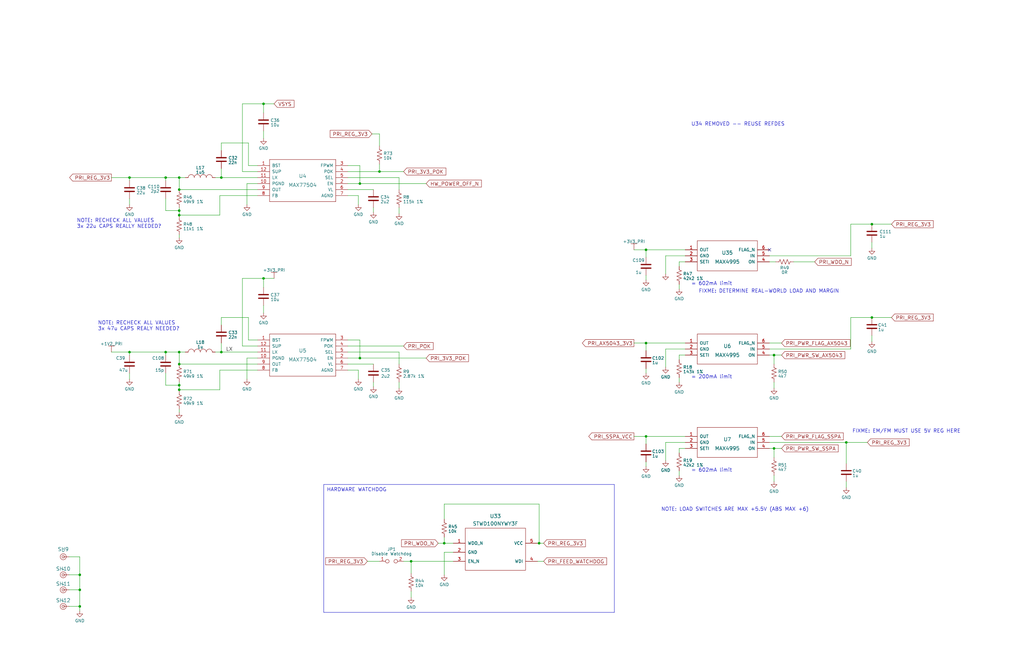
<source format=kicad_sch>
(kicad_sch (version 20230121) (generator eeschema)

  (uuid 6189034f-6174-439b-954c-a71ab727849a)

  (paper "USLedger")

  (title_block
    (title "Radiation Tolerant Internal Housekeeping Unit (IHU)")
    (date "2023-08-24")
    (rev "1.2A")
    (company "AMSAT-NA")
    (comment 1 "C. Castillo")
    (comment 2 "Z. Metzinger")
  )

  (lib_symbols
    (symbol "Connector:TestPoint_2Pole" (pin_names (offset 0.762) hide) (in_bom yes) (on_board yes)
      (property "Reference" "TP" (at 0 1.524 0)
        (effects (font (size 1.27 1.27)))
      )
      (property "Value" "TestPoint_2Pole" (at 0 -1.778 0)
        (effects (font (size 1.27 1.27)))
      )
      (property "Footprint" "" (at 0 0 0)
        (effects (font (size 1.27 1.27)) hide)
      )
      (property "Datasheet" "~" (at 0 0 0)
        (effects (font (size 1.27 1.27)) hide)
      )
      (property "ki_keywords" "point tp" (at 0 0 0)
        (effects (font (size 1.27 1.27)) hide)
      )
      (property "ki_description" "2-polar test point" (at 0 0 0)
        (effects (font (size 1.27 1.27)) hide)
      )
      (property "ki_fp_filters" "Pin* Test*" (at 0 0 0)
        (effects (font (size 1.27 1.27)) hide)
      )
      (symbol "TestPoint_2Pole_0_1"
        (circle (center -1.778 0) (radius 0.762)
          (stroke (width 0) (type default))
          (fill (type none))
        )
        (circle (center 1.778 0) (radius 0.762)
          (stroke (width 0) (type default))
          (fill (type none))
        )
        (pin passive line (at -5.08 0 0) (length 2.54)
          (name "1" (effects (font (size 1.27 1.27))))
          (number "1" (effects (font (size 1.27 1.27))))
        )
        (pin passive line (at 5.08 0 180) (length 2.54)
          (name "2" (effects (font (size 1.27 1.27))))
          (number "2" (effects (font (size 1.27 1.27))))
        )
      )
    )
    (symbol "Device:C" (pin_numbers hide) (pin_names (offset 0.254)) (in_bom yes) (on_board yes)
      (property "Reference" "C" (at 0.635 2.54 0)
        (effects (font (size 1.27 1.27)) (justify left))
      )
      (property "Value" "C" (at 0.635 -2.54 0)
        (effects (font (size 1.27 1.27)) (justify left))
      )
      (property "Footprint" "" (at 0.9652 -3.81 0)
        (effects (font (size 1.27 1.27)) hide)
      )
      (property "Datasheet" "~" (at 0 0 0)
        (effects (font (size 1.27 1.27)) hide)
      )
      (property "ki_keywords" "cap capacitor" (at 0 0 0)
        (effects (font (size 1.27 1.27)) hide)
      )
      (property "ki_description" "Unpolarized capacitor" (at 0 0 0)
        (effects (font (size 1.27 1.27)) hide)
      )
      (property "ki_fp_filters" "C_*" (at 0 0 0)
        (effects (font (size 1.27 1.27)) hide)
      )
      (symbol "C_0_1"
        (polyline
          (pts
            (xy -2.032 -0.762)
            (xy 2.032 -0.762)
          )
          (stroke (width 0.508) (type default))
          (fill (type none))
        )
        (polyline
          (pts
            (xy -2.032 0.762)
            (xy 2.032 0.762)
          )
          (stroke (width 0.508) (type default))
          (fill (type none))
        )
      )
      (symbol "C_1_1"
        (pin passive line (at 0 3.81 270) (length 2.794)
          (name "~" (effects (font (size 1.27 1.27))))
          (number "1" (effects (font (size 1.27 1.27))))
        )
        (pin passive line (at 0 -3.81 90) (length 2.794)
          (name "~" (effects (font (size 1.27 1.27))))
          (number "2" (effects (font (size 1.27 1.27))))
        )
      )
    )
    (symbol "Device:R_US" (pin_numbers hide) (pin_names (offset 0)) (in_bom yes) (on_board yes)
      (property "Reference" "R" (at 2.54 0 90)
        (effects (font (size 1.27 1.27)))
      )
      (property "Value" "R_US" (at -2.54 0 90)
        (effects (font (size 1.27 1.27)))
      )
      (property "Footprint" "" (at 1.016 -0.254 90)
        (effects (font (size 1.27 1.27)) hide)
      )
      (property "Datasheet" "~" (at 0 0 0)
        (effects (font (size 1.27 1.27)) hide)
      )
      (property "ki_keywords" "R res resistor" (at 0 0 0)
        (effects (font (size 1.27 1.27)) hide)
      )
      (property "ki_description" "Resistor, US symbol" (at 0 0 0)
        (effects (font (size 1.27 1.27)) hide)
      )
      (property "ki_fp_filters" "R_*" (at 0 0 0)
        (effects (font (size 1.27 1.27)) hide)
      )
      (symbol "R_US_0_1"
        (polyline
          (pts
            (xy 0 -2.286)
            (xy 0 -2.54)
          )
          (stroke (width 0) (type default))
          (fill (type none))
        )
        (polyline
          (pts
            (xy 0 2.286)
            (xy 0 2.54)
          )
          (stroke (width 0) (type default))
          (fill (type none))
        )
        (polyline
          (pts
            (xy 0 -0.762)
            (xy 1.016 -1.143)
            (xy 0 -1.524)
            (xy -1.016 -1.905)
            (xy 0 -2.286)
          )
          (stroke (width 0) (type default))
          (fill (type none))
        )
        (polyline
          (pts
            (xy 0 0.762)
            (xy 1.016 0.381)
            (xy 0 0)
            (xy -1.016 -0.381)
            (xy 0 -0.762)
          )
          (stroke (width 0) (type default))
          (fill (type none))
        )
        (polyline
          (pts
            (xy 0 2.286)
            (xy 1.016 1.905)
            (xy 0 1.524)
            (xy -1.016 1.143)
            (xy 0 0.762)
          )
          (stroke (width 0) (type default))
          (fill (type none))
        )
      )
      (symbol "R_US_1_1"
        (pin passive line (at 0 3.81 270) (length 1.27)
          (name "~" (effects (font (size 1.27 1.27))))
          (number "1" (effects (font (size 1.27 1.27))))
        )
        (pin passive line (at 0 -3.81 90) (length 1.27)
          (name "~" (effects (font (size 1.27 1.27))))
          (number "2" (effects (font (size 1.27 1.27))))
        )
      )
    )
    (symbol "amsat_discrete:+1V2_PRI" (power) (pin_names (offset 0)) (in_bom yes) (on_board yes)
      (property "Reference" "#PWR" (at 0 -3.81 0)
        (effects (font (size 1.27 1.27)) hide)
      )
      (property "Value" "+1V2_PRI" (at 0 3.556 0)
        (effects (font (size 1.27 1.27)))
      )
      (property "Footprint" "" (at 0 0 0)
        (effects (font (size 1.27 1.27)) hide)
      )
      (property "Datasheet" "" (at 0 0 0)
        (effects (font (size 1.27 1.27)) hide)
      )
      (property "ki_keywords" "Power Flag Symbol" (at 0 0 0)
        (effects (font (size 1.27 1.27)) hide)
      )
      (property "ki_description" "Power Net, Primary, +1.2V" (at 0 0 0)
        (effects (font (size 1.27 1.27)) hide)
      )
      (symbol "+1V2_PRI_0_1"
        (polyline
          (pts
            (xy -1.27 2.54)
            (xy 0 2.54)
          )
          (stroke (width 0) (type solid))
          (fill (type none))
        )
        (polyline
          (pts
            (xy 0 0)
            (xy 0 2.54)
          )
          (stroke (width 0) (type solid))
          (fill (type none))
        )
        (polyline
          (pts
            (xy 0 2.54)
            (xy 1.27 2.54)
          )
          (stroke (width 0) (type solid))
          (fill (type none))
        )
      )
      (symbol "+1V2_PRI_1_1"
        (pin power_in line (at 0 0 90) (length 0) hide
          (name "+1V2_PRI" (effects (font (size 1.27 1.27))))
          (number "1" (effects (font (size 1.27 1.27))))
        )
      )
    )
    (symbol "amsat_discrete:+3V3_PRI" (power) (pin_names (offset 0)) (in_bom yes) (on_board yes)
      (property "Reference" "#PWR" (at 0 -3.81 0)
        (effects (font (size 1.27 1.27)) hide)
      )
      (property "Value" "+3V3_PRI" (at 0 3.556 0)
        (effects (font (size 1.27 1.27)))
      )
      (property "Footprint" "" (at 0 0 0)
        (effects (font (size 1.27 1.27)) hide)
      )
      (property "Datasheet" "" (at 0 0 0)
        (effects (font (size 1.27 1.27)) hide)
      )
      (property "ki_keywords" "Power Flag Symbol" (at 0 0 0)
        (effects (font (size 1.27 1.27)) hide)
      )
      (property "ki_description" "Power Net, Primary, +3.3V" (at 0 0 0)
        (effects (font (size 1.27 1.27)) hide)
      )
      (symbol "+3V3_PRI_0_1"
        (polyline
          (pts
            (xy -1.27 2.54)
            (xy 0 2.54)
          )
          (stroke (width 0) (type solid))
          (fill (type none))
        )
        (polyline
          (pts
            (xy 0 0)
            (xy 0 2.54)
          )
          (stroke (width 0) (type solid))
          (fill (type none))
        )
        (polyline
          (pts
            (xy 0 2.54)
            (xy 1.27 2.54)
          )
          (stroke (width 0) (type solid))
          (fill (type none))
        )
      )
      (symbol "+3V3_PRI_1_1"
        (pin power_in line (at 0 0 90) (length 0) hide
          (name "+3V3_PRI" (effects (font (size 1.27 1.27))))
          (number "1" (effects (font (size 1.27 1.27))))
        )
      )
    )
    (symbol "amsat_discrete:CUBESAT_MOUNT_HOLE" (pin_numbers hide) (pin_names (offset 0) hide) (in_bom yes) (on_board yes)
      (property "Reference" "H" (at 0 -3.302 0)
        (effects (font (size 1.524 1.524)))
      )
      (property "Value" "CUBESAT_MOUNT_HOLE" (at 0 6.35 0)
        (effects (font (size 1.524 1.524)))
      )
      (property "Footprint" "" (at 0 0 0)
        (effects (font (size 1.524 1.524)) hide)
      )
      (property "Datasheet" "" (at 0 0 0)
        (effects (font (size 1.524 1.524)) hide)
      )
      (symbol "CUBESAT_MOUNT_HOLE_0_1"
        (circle (center 0 0) (radius 0.5588)
          (stroke (width 0) (type solid))
          (fill (type none))
        )
        (circle (center 0 0) (radius 1.27)
          (stroke (width 0) (type solid))
          (fill (type none))
        )
      )
      (symbol "CUBESAT_MOUNT_HOLE_1_1"
        (pin passive line (at 2.54 0 180) (length 2.54)
          (name "1" (effects (font (size 1.27 1.27))))
          (number "1" (effects (font (size 1.27 1.27))))
        )
      )
    )
    (symbol "amsat_discrete:INDUCTOR_SMALL" (pin_numbers hide) (pin_names (offset 0) hide) (in_bom yes) (on_board yes)
      (property "Reference" "L" (at 0 2.54 0)
        (effects (font (size 1.27 1.27)))
      )
      (property "Value" "INDUCTOR_SMALL" (at 0 -1.27 0)
        (effects (font (size 1.27 1.27)))
      )
      (property "Footprint" "" (at 0 0 0)
        (effects (font (size 1.27 1.27)))
      )
      (property "Datasheet" "" (at 0 0 0)
        (effects (font (size 1.27 1.27)))
      )
      (property "ki_fp_filters" "Choke_* *Coil*" (at 0 0 0)
        (effects (font (size 1.27 1.27)) hide)
      )
      (symbol "INDUCTOR_SMALL_0_1"
        (arc (start -2.54 0) (mid -3.81 1.2645) (end -5.08 0)
          (stroke (width 0) (type solid))
          (fill (type none))
        )
        (arc (start 0 0) (mid -1.27 1.2645) (end -2.54 0)
          (stroke (width 0) (type solid))
          (fill (type none))
        )
        (arc (start 2.54 0) (mid 1.27 1.2645) (end 0 0)
          (stroke (width 0) (type solid))
          (fill (type none))
        )
        (arc (start 5.08 0) (mid 3.81 1.2645) (end 2.54 0)
          (stroke (width 0) (type solid))
          (fill (type none))
        )
      )
      (symbol "INDUCTOR_SMALL_1_1"
        (pin input line (at -6.35 0 0) (length 1.27)
          (name "1" (effects (font (size 0.762 0.762))))
          (number "1" (effects (font (size 0.762 0.762))))
        )
        (pin input line (at 6.35 0 180) (length 1.27)
          (name "2" (effects (font (size 0.762 0.762))))
          (number "2" (effects (font (size 0.762 0.762))))
        )
      )
    )
    (symbol "amsat_maxim:MAX4995" (pin_names (offset 1.016)) (in_bom yes) (on_board yes)
      (property "Reference" "U" (at 11.43 -10.16 0)
        (effects (font (size 1.524 1.524)))
      )
      (property "Value" "MAX4995" (at 0 0 0)
        (effects (font (size 1.524 1.524)))
      )
      (property "Footprint" "" (at 0 0 0)
        (effects (font (size 1.524 1.524)) hide)
      )
      (property "Datasheet" "" (at 0 0 0)
        (effects (font (size 1.524 1.524)) hide)
      )
      (property "ki_description" "50mA to 600mA Programmable Current-Limit Switch" (at 0 0 0)
        (effects (font (size 1.27 1.27)) hide)
      )
      (symbol "MAX4995_0_1"
        (rectangle (start -12.7 6.35) (end 12.7 -6.35)
          (stroke (width 0) (type solid))
          (fill (type none))
        )
      )
      (symbol "MAX4995_1_1"
        (pin power_out line (at -17.78 2.54 0) (length 5.08)
          (name "OUT" (effects (font (size 1.27 1.27))))
          (number "1" (effects (font (size 1.27 1.27))))
        )
        (pin power_in line (at -17.78 0 0) (length 5.08)
          (name "GND" (effects (font (size 1.27 1.27))))
          (number "2" (effects (font (size 1.27 1.27))))
        )
        (pin passive line (at -17.78 -2.54 0) (length 5.08)
          (name "SETI" (effects (font (size 1.27 1.27))))
          (number "3" (effects (font (size 1.27 1.27))))
        )
        (pin input line (at 17.78 -2.54 180) (length 5.08)
          (name "ON" (effects (font (size 1.27 1.27))))
          (number "4" (effects (font (size 1.27 1.27))))
        )
        (pin power_in line (at 17.78 0 180) (length 5.08)
          (name "IN" (effects (font (size 1.27 1.27))))
          (number "5" (effects (font (size 1.27 1.27))))
        )
        (pin open_collector line (at 17.78 2.54 180) (length 5.08)
          (name "FLAG_N" (effects (font (size 1.27 1.27))))
          (number "6" (effects (font (size 1.27 1.27))))
        )
      )
    )
    (symbol "amsat_maxim:MAX77504" (pin_names (offset 1.016)) (in_bom yes) (on_board yes)
      (property "Reference" "U" (at 19.05 -10.16 0)
        (effects (font (size 1.524 1.524)))
      )
      (property "Value" "MAX77504" (at 0 0 0)
        (effects (font (size 1.524 1.524)))
      )
      (property "Footprint" "" (at 0 0 0)
        (effects (font (size 1.524 1.524)) hide)
      )
      (property "Datasheet" "" (at 0 0 0)
        (effects (font (size 1.524 1.524)) hide)
      )
      (property "ki_description" "14V Input, 3A High-Efficiency Buck Converter" (at 0 0 0)
        (effects (font (size 1.27 1.27)) hide)
      )
      (symbol "MAX77504_0_1"
        (rectangle (start -13.97 8.89) (end 13.97 -8.89)
          (stroke (width 0) (type solid))
          (fill (type none))
        )
      )
      (symbol "MAX77504_1_1"
        (pin passive line (at -19.05 6.35 0) (length 5.08)
          (name "BST" (effects (font (size 1.27 1.27))))
          (number "1" (effects (font (size 1.27 1.27))))
        )
        (pin passive line (at -19.05 -1.27 0) (length 5.08)
          (name "PGND" (effects (font (size 1.27 1.27))))
          (number "10" (effects (font (size 1.27 1.27))))
        )
        (pin passive line (at -19.05 1.27 0) (length 5.08)
          (name "LX" (effects (font (size 1.27 1.27))))
          (number "11" (effects (font (size 1.27 1.27))))
        )
        (pin power_in line (at -19.05 3.81 0) (length 5.08)
          (name "SUP" (effects (font (size 1.27 1.27))))
          (number "12" (effects (font (size 1.27 1.27))))
        )
        (pin input line (at 19.05 -1.27 180) (length 5.08)
          (name "EN" (effects (font (size 1.27 1.27))))
          (number "2" (effects (font (size 1.27 1.27))))
        )
        (pin input line (at 19.05 6.35 180) (length 5.08)
          (name "FPWM" (effects (font (size 1.27 1.27))))
          (number "3" (effects (font (size 1.27 1.27))))
        )
        (pin open_collector line (at 19.05 3.81 180) (length 5.08)
          (name "POK" (effects (font (size 1.27 1.27))))
          (number "4" (effects (font (size 1.27 1.27))))
        )
        (pin passive line (at 19.05 1.27 180) (length 5.08)
          (name "SEL" (effects (font (size 1.27 1.27))))
          (number "5" (effects (font (size 1.27 1.27))))
        )
        (pin input line (at 19.05 -3.81 180) (length 5.08)
          (name "VL" (effects (font (size 1.27 1.27))))
          (number "6" (effects (font (size 1.27 1.27))))
        )
        (pin passive line (at 19.05 -6.35 180) (length 5.08)
          (name "AGND" (effects (font (size 1.27 1.27))))
          (number "7" (effects (font (size 1.27 1.27))))
        )
        (pin input line (at -19.05 -6.35 0) (length 5.08)
          (name "FB" (effects (font (size 1.27 1.27))))
          (number "8" (effects (font (size 1.27 1.27))))
        )
        (pin power_out line (at -19.05 -3.81 0) (length 5.08)
          (name "OUT" (effects (font (size 1.27 1.27))))
          (number "9" (effects (font (size 1.27 1.27))))
        )
      )
    )
    (symbol "amsat_st:STWD100NYWY3F" (pin_names (offset 1.016)) (in_bom yes) (on_board yes)
      (property "Reference" "U" (at 11.43 -10.16 0)
        (effects (font (size 1.524 1.524)))
      )
      (property "Value" "STWD100NYWY3F" (at 0 7.62 0)
        (effects (font (size 1.524 1.524)))
      )
      (property "Footprint" "" (at 0 0 0)
        (effects (font (size 1.524 1.524)) hide)
      )
      (property "Datasheet" "" (at 0 0 0)
        (effects (font (size 1.524 1.524)) hide)
      )
      (property "ki_description" "Watchdog timer circuit" (at 0 0 0)
        (effects (font (size 1.27 1.27)) hide)
      )
      (symbol "STWD100NYWY3F_0_1"
        (rectangle (start -12.7 10.16) (end 12.7 -7.62)
          (stroke (width 0) (type solid))
          (fill (type none))
        )
      )
      (symbol "STWD100NYWY3F_1_1"
        (pin open_collector line (at -17.78 3.81 0) (length 5.08)
          (name "WDO_N" (effects (font (size 1.27 1.27))))
          (number "1" (effects (font (size 1.27 1.27))))
        )
        (pin power_in line (at -17.78 0 0) (length 5.08)
          (name "GND" (effects (font (size 1.27 1.27))))
          (number "2" (effects (font (size 1.27 1.27))))
        )
        (pin input line (at -17.78 -3.81 0) (length 5.08)
          (name "EN_N" (effects (font (size 1.27 1.27))))
          (number "3" (effects (font (size 1.27 1.27))))
        )
        (pin input line (at 17.78 -3.81 180) (length 5.08)
          (name "WDI" (effects (font (size 1.27 1.27))))
          (number "4" (effects (font (size 1.27 1.27))))
        )
        (pin power_in line (at 17.78 3.81 180) (length 5.08)
          (name "VCC" (effects (font (size 1.27 1.27))))
          (number "5" (effects (font (size 1.27 1.27))))
        )
      )
    )
    (symbol "power:GND" (power) (pin_names (offset 0)) (in_bom yes) (on_board yes)
      (property "Reference" "#PWR" (at 0 -6.35 0)
        (effects (font (size 1.27 1.27)) hide)
      )
      (property "Value" "GND" (at 0 -3.81 0)
        (effects (font (size 1.27 1.27)))
      )
      (property "Footprint" "" (at 0 0 0)
        (effects (font (size 1.27 1.27)) hide)
      )
      (property "Datasheet" "" (at 0 0 0)
        (effects (font (size 1.27 1.27)) hide)
      )
      (property "ki_keywords" "global power" (at 0 0 0)
        (effects (font (size 1.27 1.27)) hide)
      )
      (property "ki_description" "Power symbol creates a global label with name \"GND\" , ground" (at 0 0 0)
        (effects (font (size 1.27 1.27)) hide)
      )
      (symbol "GND_0_1"
        (polyline
          (pts
            (xy 0 0)
            (xy 0 -1.27)
            (xy 1.27 -1.27)
            (xy 0 -2.54)
            (xy -1.27 -1.27)
            (xy 0 -1.27)
          )
          (stroke (width 0) (type default))
          (fill (type none))
        )
      )
      (symbol "GND_1_1"
        (pin power_in line (at 0 0 270) (length 0) hide
          (name "GND" (effects (font (size 1.27 1.27))))
          (number "1" (effects (font (size 1.27 1.27))))
        )
      )
    )
  )

  (junction (at 356.87 186.69) (diameter 0) (color 0 0 0 0)
    (uuid 03ca6c90-9705-4057-b685-8476a7560a7d)
  )
  (junction (at 272.415 184.15) (diameter 0) (color 0 0 0 0)
    (uuid 0c5a36a0-ed00-4722-86bc-981db807b573)
  )
  (junction (at 75.565 80.01) (diameter 0) (color 0 0 0 0)
    (uuid 1ba25b19-8015-4cbe-b11f-9e008bbd72f0)
  )
  (junction (at 111.125 117.475) (diameter 0) (color 0 0 0 0)
    (uuid 1effe04e-deb9-4e26-8609-6df20a4f785c)
  )
  (junction (at 75.565 164.465) (diameter 0) (color 0 0 0 0)
    (uuid 21c0620b-b079-4617-9bba-2fe73baa7ffb)
  )
  (junction (at 54.61 148.59) (diameter 0) (color 0 0 0 0)
    (uuid 2dada474-8aac-45ef-af0b-9dfcc5dd673d)
  )
  (junction (at 151.765 77.47) (diameter 0) (color 0 0 0 0)
    (uuid 309febe5-677d-428b-b938-eb4e00a55d98)
  )
  (junction (at 75.565 74.93) (diameter 0) (color 0 0 0 0)
    (uuid 3ede9e80-a78b-41b6-9d04-e03d5ad2aaa2)
  )
  (junction (at 367.665 94.615) (diameter 0) (color 0 0 0 0)
    (uuid 422a923c-76d6-49df-bc85-c4ee727ee6d5)
  )
  (junction (at 367.665 133.985) (diameter 0) (color 0 0 0 0)
    (uuid 4f20b202-271c-4137-9dcc-5de6aeec5920)
  )
  (junction (at 111.125 43.815) (diameter 0) (color 0 0 0 0)
    (uuid 5053bea4-c5dc-4ccd-b9d8-48d4654c921f)
  )
  (junction (at 173.355 236.855) (diameter 0) (color 0 0 0 0)
    (uuid 5532c693-20e3-433d-92da-074ed9c7f49d)
  )
  (junction (at 272.415 144.78) (diameter 0) (color 0 0 0 0)
    (uuid 64ed447a-af07-47fd-8c74-f71146e659b1)
  )
  (junction (at 93.345 74.93) (diameter 0) (color 0 0 0 0)
    (uuid 65f0fe38-6077-46a6-b40b-ee90dc1d2a5b)
  )
  (junction (at 326.39 189.23) (diameter 0) (color 0 0 0 0)
    (uuid 6f1d4ccf-6356-4209-a0a3-cc3e86b12267)
  )
  (junction (at 326.39 149.86) (diameter 0) (color 0 0 0 0)
    (uuid 72ba91ac-a640-473b-a083-d8584af169ed)
  )
  (junction (at 160.02 72.39) (diameter 0) (color 0 0 0 0)
    (uuid 844e1a1b-d2eb-4033-ae0b-c715c32ac7b3)
  )
  (junction (at 272.415 105.41) (diameter 0) (color 0 0 0 0)
    (uuid 8fc7f7d1-6fc5-4d50-91f0-08c09558aaaf)
  )
  (junction (at 75.565 88.9) (diameter 0) (color 0 0 0 0)
    (uuid 985acf13-3352-4add-84ac-78d50de9a51c)
  )
  (junction (at 187.325 229.235) (diameter 0) (color 0 0 0 0)
    (uuid 98712dc5-c868-4449-9b6d-e89f5422c46a)
  )
  (junction (at 75.565 148.59) (diameter 0) (color 0 0 0 0)
    (uuid 9d235f61-b53e-4791-94c1-d63775836376)
  )
  (junction (at 69.85 74.93) (diameter 0) (color 0 0 0 0)
    (uuid 9e7ecb00-02b8-4404-a40e-c510f151cbe0)
  )
  (junction (at 69.85 148.59) (diameter 0) (color 0 0 0 0)
    (uuid a14d9329-b680-4b08-b4b0-84d2022d63ee)
  )
  (junction (at 75.565 90.805) (diameter 0) (color 0 0 0 0)
    (uuid af4a243b-9c82-407f-b7b4-bebc95aa740b)
  )
  (junction (at 54.61 74.93) (diameter 0) (color 0 0 0 0)
    (uuid bd2d0aed-c808-4e20-8494-dfb2d5fa4c03)
  )
  (junction (at 33.655 255.905) (diameter 0) (color 0 0 0 0)
    (uuid c4f2cd60-e4e7-457c-ad9c-164677deecf1)
  )
  (junction (at 33.655 248.92) (diameter 0) (color 0 0 0 0)
    (uuid c78f972b-bba1-4209-a41a-9345d528b852)
  )
  (junction (at 75.565 153.67) (diameter 0) (color 0 0 0 0)
    (uuid cd906ac3-a451-4271-9cf2-ddbd39564d0b)
  )
  (junction (at 227.33 229.235) (diameter 0) (color 0 0 0 0)
    (uuid d19a146f-a94c-4302-9114-e3387675cdcc)
  )
  (junction (at 75.565 162.56) (diameter 0) (color 0 0 0 0)
    (uuid dd0d6867-c1d0-4d9a-83d5-6f2a53b0cda0)
  )
  (junction (at 33.655 242.57) (diameter 0) (color 0 0 0 0)
    (uuid e6f8fdee-9ab1-4b0c-b70e-a4f181032757)
  )
  (junction (at 151.765 151.13) (diameter 0) (color 0 0 0 0)
    (uuid f9862bfb-1a1e-4672-bb35-1258b924950c)
  )
  (junction (at 93.345 148.59) (diameter 0) (color 0 0 0 0)
    (uuid fc5e5635-3194-472e-be32-37cb73cc369b)
  )

  (no_connect (at 324.485 105.41) (uuid 859e926f-e489-4552-a1a7-22e2b1cb734f))

  (wire (pts (xy 267.335 184.15) (xy 272.415 184.15))
    (stroke (width 0) (type default))
    (uuid 0051b7d4-ff72-4d29-acdc-f16101f58b65)
  )
  (wire (pts (xy 93.345 60.325) (xy 93.345 63.5))
    (stroke (width 0) (type default))
    (uuid 02006961-6fe5-479e-baeb-dde6b9897150)
  )
  (wire (pts (xy 272.415 108.585) (xy 272.415 105.41))
    (stroke (width 0) (type default))
    (uuid 0620195f-b9ac-444a-9276-5ee78077af0a)
  )
  (wire (pts (xy 75.565 90.805) (xy 75.565 91.44))
    (stroke (width 0) (type default))
    (uuid 0625f658-22cf-45a2-8554-f5f598ac6017)
  )
  (wire (pts (xy 324.485 184.15) (xy 329.565 184.15))
    (stroke (width 0) (type default))
    (uuid 092df3fa-345e-4aac-b2e3-a799e17395c2)
  )
  (wire (pts (xy 75.565 99.06) (xy 75.565 100.33))
    (stroke (width 0) (type default))
    (uuid 09e66a38-ed21-40fc-b796-f4e92f5f806c)
  )
  (wire (pts (xy 29.21 248.92) (xy 33.655 248.92))
    (stroke (width 0) (type default))
    (uuid 0d6e709a-f084-41dc-9e30-b6115c87c97e)
  )
  (wire (pts (xy 54.61 83.82) (xy 54.61 86.36))
    (stroke (width 0) (type default))
    (uuid 0deba9e4-8f70-4364-a5ea-d3f8340323b1)
  )
  (wire (pts (xy 146.685 72.39) (xy 160.02 72.39))
    (stroke (width 0) (type default))
    (uuid 0df67128-3772-4364-a9b1-31fe19a6f773)
  )
  (wire (pts (xy 54.61 148.59) (xy 69.85 148.59))
    (stroke (width 0) (type default))
    (uuid 0e23b591-c7d2-4ed8-918f-2ed6027b1b88)
  )
  (wire (pts (xy 92.71 82.55) (xy 92.71 90.805))
    (stroke (width 0) (type default))
    (uuid 0ffe6eb3-8498-4703-a77a-a7362ab74aea)
  )
  (wire (pts (xy 104.775 60.325) (xy 93.345 60.325))
    (stroke (width 0) (type default))
    (uuid 10274da2-d264-4b98-95c2-827a52ab1fb9)
  )
  (wire (pts (xy 75.565 74.93) (xy 78.105 74.93))
    (stroke (width 0) (type default))
    (uuid 129af9f6-68f5-43ff-aa4b-466b89c8de5e)
  )
  (wire (pts (xy 173.355 249.555) (xy 173.355 252.095))
    (stroke (width 0) (type default))
    (uuid 134a90f3-ffc3-427f-ab78-3f94b3ebd35a)
  )
  (wire (pts (xy 151.765 77.47) (xy 179.705 77.47))
    (stroke (width 0) (type default))
    (uuid 146df30d-126f-4a17-bc63-5edf4dca50b9)
  )
  (wire (pts (xy 191.135 233.045) (xy 187.325 233.045))
    (stroke (width 0) (type default))
    (uuid 1487ca9a-dacb-42ae-85be-923170cf406a)
  )
  (wire (pts (xy 29.21 234.95) (xy 33.655 234.95))
    (stroke (width 0) (type default))
    (uuid 14d6d8db-3f0c-4cb7-a213-be092f9134c7)
  )
  (wire (pts (xy 69.85 88.9) (xy 75.565 88.9))
    (stroke (width 0) (type default))
    (uuid 1603e3a9-3cbb-4dcf-be9a-7d9ac6246842)
  )
  (wire (pts (xy 272.415 155.575) (xy 272.415 157.48))
    (stroke (width 0) (type default))
    (uuid 1711666d-b29f-43d7-88dc-28b8a7f48ab6)
  )
  (wire (pts (xy 280.67 186.69) (xy 280.67 194.31))
    (stroke (width 0) (type default))
    (uuid 17155ef2-edbb-460c-be0f-f13d7ab054cf)
  )
  (wire (pts (xy 146.685 82.55) (xy 151.13 82.55))
    (stroke (width 0) (type default))
    (uuid 18ecfc20-b537-4550-971b-867c78aa87fa)
  )
  (wire (pts (xy 324.485 149.86) (xy 326.39 149.86))
    (stroke (width 0) (type default))
    (uuid 1aaaffb2-18ab-4b96-9b42-f2699dde1c5a)
  )
  (wire (pts (xy 168.275 148.59) (xy 168.275 153.67))
    (stroke (width 0) (type default))
    (uuid 1b93e2ab-cc18-45b7-97f9-fd04e7a33655)
  )
  (wire (pts (xy 367.665 104.775) (xy 367.665 102.235))
    (stroke (width 0) (type default))
    (uuid 1bf26a82-14c5-4c50-a9a3-9f5e683f88dd)
  )
  (wire (pts (xy 146.685 143.51) (xy 151.765 143.51))
    (stroke (width 0) (type default))
    (uuid 1cd083c3-19de-43e5-8ec1-c315d91d84f3)
  )
  (wire (pts (xy 75.565 87.63) (xy 75.565 88.9))
    (stroke (width 0) (type default))
    (uuid 208b8d30-4f2e-4cfe-ac37-f5074b0535f2)
  )
  (wire (pts (xy 33.655 255.905) (xy 33.655 257.81))
    (stroke (width 0) (type default))
    (uuid 21693a5f-c3f1-4dea-b170-a57bc1b61aa1)
  )
  (wire (pts (xy 108.585 143.51) (xy 104.775 143.51))
    (stroke (width 0) (type default))
    (uuid 23084b23-8539-4a63-a371-6a6625bfa69b)
  )
  (wire (pts (xy 69.85 74.93) (xy 75.565 74.93))
    (stroke (width 0) (type default))
    (uuid 2357ea48-85df-4838-a0e8-646cd0a2fcf7)
  )
  (wire (pts (xy 151.765 143.51) (xy 151.765 151.13))
    (stroke (width 0) (type default))
    (uuid 240c874f-3a5e-4ee8-855a-c44fd7083632)
  )
  (wire (pts (xy 93.345 144.78) (xy 93.345 148.59))
    (stroke (width 0) (type default))
    (uuid 26e1aea3-2bd6-4df5-8178-2e75d4309214)
  )
  (wire (pts (xy 33.655 242.57) (xy 33.655 248.92))
    (stroke (width 0) (type default))
    (uuid 27266a72-1c38-4d0b-a1e2-9076f9d027d4)
  )
  (wire (pts (xy 104.775 133.985) (xy 93.345 133.985))
    (stroke (width 0) (type default))
    (uuid 292fdf52-a1c2-4d3a-a0fe-9cc983dcd4b1)
  )
  (wire (pts (xy 160.02 72.39) (xy 160.02 69.215))
    (stroke (width 0) (type default))
    (uuid 2a0daae5-0b2b-44ef-bc9b-f88e46052f50)
  )
  (wire (pts (xy 93.345 148.59) (xy 108.585 148.59))
    (stroke (width 0) (type default))
    (uuid 2b83769d-2d5f-46f4-a548-50cef9c2a020)
  )
  (wire (pts (xy 29.21 255.905) (xy 33.655 255.905))
    (stroke (width 0) (type default))
    (uuid 2bfd2daf-1e27-40c2-9d65-034249ad0065)
  )
  (wire (pts (xy 146.685 146.05) (xy 170.18 146.05))
    (stroke (width 0) (type default))
    (uuid 2c948f95-c416-47fc-8fff-77fca1983567)
  )
  (wire (pts (xy 146.685 77.47) (xy 151.765 77.47))
    (stroke (width 0) (type default))
    (uuid 31b770da-8bab-4b88-9c2f-93a10f2b7058)
  )
  (wire (pts (xy 75.565 164.465) (xy 75.565 165.1))
    (stroke (width 0) (type default))
    (uuid 3253a1fe-864e-4248-97bb-0e9618a1d5a8)
  )
  (wire (pts (xy 288.925 186.69) (xy 280.67 186.69))
    (stroke (width 0) (type default))
    (uuid 32d3dee9-943b-4f70-96e6-2a2ceb9c5b4a)
  )
  (polyline (pts (xy 259.08 258.445) (xy 136.525 258.445))
    (stroke (width 0) (type default))
    (uuid 348afe18-8f37-4064-a38b-38e3df52aa6e)
  )

  (wire (pts (xy 358.775 147.32) (xy 324.485 147.32))
    (stroke (width 0) (type default))
    (uuid 3900fdff-a833-406c-bf0a-8fdbd2c7bb29)
  )
  (wire (pts (xy 111.125 43.815) (xy 115.57 43.815))
    (stroke (width 0) (type default))
    (uuid 391d9ef9-8086-4ff3-8500-e4f94f3d2797)
  )
  (wire (pts (xy 356.87 205.74) (xy 356.87 203.2))
    (stroke (width 0) (type default))
    (uuid 3cfac90a-7266-4b0f-a45c-02cea155c241)
  )
  (wire (pts (xy 146.685 80.01) (xy 157.48 80.01))
    (stroke (width 0) (type default))
    (uuid 3d640511-4481-4654-afb8-b2b849f37827)
  )
  (wire (pts (xy 92.71 90.805) (xy 75.565 90.805))
    (stroke (width 0) (type default))
    (uuid 40742977-4fb3-4d79-be2a-34c36cd5dd3b)
  )
  (wire (pts (xy 187.325 233.045) (xy 187.325 242.57))
    (stroke (width 0) (type default))
    (uuid 410aefba-4f6c-4f94-a367-51ea47b6b805)
  )
  (wire (pts (xy 227.33 229.235) (xy 229.235 229.235))
    (stroke (width 0) (type default))
    (uuid 41d954b4-763d-4def-890a-6ad00d55d5bc)
  )
  (wire (pts (xy 102.235 43.815) (xy 111.125 43.815))
    (stroke (width 0) (type default))
    (uuid 428a51c6-10de-4911-b2c7-5292826190f0)
  )
  (wire (pts (xy 160.02 56.515) (xy 156.845 56.515))
    (stroke (width 0) (type default))
    (uuid 42aa4a1c-0c54-4aad-badb-2e1637cc5578)
  )
  (wire (pts (xy 104.14 151.13) (xy 108.585 151.13))
    (stroke (width 0) (type default))
    (uuid 44c859b4-e1a5-4aad-b828-bda729f02707)
  )
  (wire (pts (xy 104.14 160.02) (xy 104.14 151.13))
    (stroke (width 0) (type default))
    (uuid 4607d6e5-d2a5-4eb4-b1e5-0306cfe15ce9)
  )
  (wire (pts (xy 75.565 80.01) (xy 75.565 74.93))
    (stroke (width 0) (type default))
    (uuid 462c7585-980a-47c3-83cb-f6488dda09dd)
  )
  (wire (pts (xy 356.87 195.58) (xy 356.87 186.69))
    (stroke (width 0) (type default))
    (uuid 4854bff1-57c8-41f7-a1de-1ee126f80234)
  )
  (wire (pts (xy 286.385 149.86) (xy 288.925 149.86))
    (stroke (width 0) (type default))
    (uuid 4c4e4334-53da-4b49-81b8-edadeba35035)
  )
  (wire (pts (xy 102.235 72.39) (xy 108.585 72.39))
    (stroke (width 0) (type default))
    (uuid 4d776368-4565-4938-9914-0800068e3c43)
  )
  (wire (pts (xy 69.85 148.59) (xy 69.85 149.86))
    (stroke (width 0) (type default))
    (uuid 4da045e0-3355-4a2a-b994-6de40f137bea)
  )
  (wire (pts (xy 29.21 242.57) (xy 33.655 242.57))
    (stroke (width 0) (type default))
    (uuid 4dca8ff7-dba8-47d0-a907-0cae3df85d2d)
  )
  (wire (pts (xy 286.385 198.755) (xy 286.385 200.66))
    (stroke (width 0) (type default))
    (uuid 4e0f7590-7f1b-4320-b120-51cd43dffe2d)
  )
  (wire (pts (xy 272.415 147.955) (xy 272.415 144.78))
    (stroke (width 0) (type default))
    (uuid 4f2661cc-1733-4dac-b38a-5890ad3e517c)
  )
  (wire (pts (xy 151.13 156.21) (xy 151.13 160.02))
    (stroke (width 0) (type default))
    (uuid 4f365a34-7cc6-4efb-8fea-4b6218080cb4)
  )
  (wire (pts (xy 173.355 236.855) (xy 191.135 236.855))
    (stroke (width 0) (type default))
    (uuid 500fc071-820f-4698-8df5-eac325a2cec7)
  )
  (wire (pts (xy 146.685 69.85) (xy 151.765 69.85))
    (stroke (width 0) (type default))
    (uuid 50f8dfa4-4678-42ec-a5a8-402e1d3de5ec)
  )
  (wire (pts (xy 102.235 117.475) (xy 102.235 146.05))
    (stroke (width 0) (type default))
    (uuid 590577f5-7b31-4b21-9599-bd13b8e9914e)
  )
  (wire (pts (xy 111.125 117.475) (xy 115.57 117.475))
    (stroke (width 0) (type default))
    (uuid 59db817d-49a7-48e3-934b-f6e59e17fa51)
  )
  (wire (pts (xy 272.415 187.325) (xy 272.415 184.15))
    (stroke (width 0) (type default))
    (uuid 59ea57d3-7361-4761-af8e-715e60e0d130)
  )
  (wire (pts (xy 108.585 156.21) (xy 92.71 156.21))
    (stroke (width 0) (type default))
    (uuid 5be832d9-bdbc-4867-8013-7d88802de330)
  )
  (wire (pts (xy 334.645 110.49) (xy 343.535 110.49))
    (stroke (width 0) (type default))
    (uuid 5ca3199b-a1f2-4fc0-895d-b1f570bc73e9)
  )
  (wire (pts (xy 69.85 76.2) (xy 69.85 74.93))
    (stroke (width 0) (type default))
    (uuid 5dde73a4-313d-4674-bcdc-21c1f61f9914)
  )
  (wire (pts (xy 111.125 121.285) (xy 111.125 117.475))
    (stroke (width 0) (type default))
    (uuid 5e5e5ae2-62e3-43e1-a86c-cdb4dd53d276)
  )
  (wire (pts (xy 90.805 148.59) (xy 93.345 148.59))
    (stroke (width 0) (type default))
    (uuid 6025c48f-f240-473e-862a-1f1ca530a220)
  )
  (wire (pts (xy 75.565 172.72) (xy 75.565 173.99))
    (stroke (width 0) (type default))
    (uuid 62d89e69-1b74-4387-a0e7-b2257ba203b7)
  )
  (wire (pts (xy 168.275 74.93) (xy 168.275 80.01))
    (stroke (width 0) (type default))
    (uuid 62ea610c-1130-4eea-8a97-6f19f1a0e066)
  )
  (wire (pts (xy 187.325 226.695) (xy 187.325 229.235))
    (stroke (width 0) (type default))
    (uuid 64947cde-e0c3-46d8-825c-94b8cfaa3083)
  )
  (wire (pts (xy 104.14 77.47) (xy 108.585 77.47))
    (stroke (width 0) (type default))
    (uuid 66937365-fdc8-4d4e-a98e-dc1d75605796)
  )
  (wire (pts (xy 286.385 191.135) (xy 286.385 189.23))
    (stroke (width 0) (type default))
    (uuid 66c433de-c890-46e2-812b-2cdd8053f56b)
  )
  (wire (pts (xy 146.685 148.59) (xy 168.275 148.59))
    (stroke (width 0) (type default))
    (uuid 6a8b7a11-7515-47b1-a7f4-27b15e149d16)
  )
  (wire (pts (xy 288.925 107.95) (xy 280.67 107.95))
    (stroke (width 0) (type default))
    (uuid 6ad067bd-be1e-4b5a-9df2-4faf1c0644bc)
  )
  (wire (pts (xy 184.785 229.235) (xy 187.325 229.235))
    (stroke (width 0) (type default))
    (uuid 6bf4ffb1-a789-49d8-84b5-a237d45fed7b)
  )
  (wire (pts (xy 187.325 229.235) (xy 191.135 229.235))
    (stroke (width 0) (type default))
    (uuid 6c9c40dd-e684-4e71-b185-462008542638)
  )
  (wire (pts (xy 33.655 248.92) (xy 33.655 255.905))
    (stroke (width 0) (type default))
    (uuid 6e24b2b3-8018-4b03-b60f-f05212429316)
  )
  (wire (pts (xy 280.67 147.32) (xy 280.67 154.94))
    (stroke (width 0) (type default))
    (uuid 7593406c-5004-464b-8f31-00f2570e2f7f)
  )
  (wire (pts (xy 358.775 133.985) (xy 367.665 133.985))
    (stroke (width 0) (type default))
    (uuid 774a5cd3-4263-46c2-9cee-70e02c690ae7)
  )
  (wire (pts (xy 157.48 89.535) (xy 157.48 87.63))
    (stroke (width 0) (type default))
    (uuid 778a44a9-2ceb-4b2b-b2cd-6d5aa6de293b)
  )
  (wire (pts (xy 187.325 219.075) (xy 187.325 212.725))
    (stroke (width 0) (type default))
    (uuid 7827c881-2375-4cc9-ae76-8afdde009e18)
  )
  (wire (pts (xy 286.385 151.765) (xy 286.385 149.86))
    (stroke (width 0) (type default))
    (uuid 7839b08b-3af9-4167-bd7c-9accd159faaa)
  )
  (wire (pts (xy 151.765 69.85) (xy 151.765 77.47))
    (stroke (width 0) (type default))
    (uuid 795f9d59-dcf8-4668-9cac-3078e64aa8a8)
  )
  (wire (pts (xy 226.695 236.855) (xy 229.235 236.855))
    (stroke (width 0) (type default))
    (uuid 79f838b9-c0c5-46ed-938f-fd1f62b69b34)
  )
  (wire (pts (xy 33.655 234.95) (xy 33.655 242.57))
    (stroke (width 0) (type default))
    (uuid 7ad62a51-dae6-45ad-b077-7f2c0f1c91ce)
  )
  (wire (pts (xy 288.925 147.32) (xy 280.67 147.32))
    (stroke (width 0) (type default))
    (uuid 7c441e94-2a31-46dd-87fc-8ff6b07fc064)
  )
  (wire (pts (xy 151.13 82.55) (xy 151.13 86.36))
    (stroke (width 0) (type default))
    (uuid 805ffba5-cf62-436b-95c3-3f74f36ae3f0)
  )
  (wire (pts (xy 272.415 184.15) (xy 288.925 184.15))
    (stroke (width 0) (type default))
    (uuid 81857b4a-97db-4daf-ba51-19198d237485)
  )
  (wire (pts (xy 358.775 94.615) (xy 367.665 94.615))
    (stroke (width 0) (type default))
    (uuid 820693b2-3a66-49bf-a974-ad78aa465c23)
  )
  (wire (pts (xy 358.775 107.95) (xy 358.775 94.615))
    (stroke (width 0) (type default))
    (uuid 83104a06-3377-4069-82ce-e6c6d5a5f550)
  )
  (wire (pts (xy 160.02 72.39) (xy 170.18 72.39))
    (stroke (width 0) (type default))
    (uuid 846fdfc4-cabc-47fd-a8ae-5f248b2c24b6)
  )
  (polyline (pts (xy 259.08 204.47) (xy 259.08 258.445))
    (stroke (width 0) (type default))
    (uuid 88277a3f-fc42-44c2-b614-f26c8822c237)
  )

  (wire (pts (xy 93.345 74.93) (xy 108.585 74.93))
    (stroke (width 0) (type default))
    (uuid 88a3a07c-d1aa-479f-915b-fa689485e9d9)
  )
  (wire (pts (xy 157.48 163.195) (xy 157.48 161.29))
    (stroke (width 0) (type default))
    (uuid 894203f9-c7ff-4fa6-848f-0d492e19ae5b)
  )
  (wire (pts (xy 326.39 200.66) (xy 326.39 203.2))
    (stroke (width 0) (type default))
    (uuid 894fb278-d718-4133-bb21-1175a59091c8)
  )
  (wire (pts (xy 286.385 159.385) (xy 286.385 161.29))
    (stroke (width 0) (type default))
    (uuid 8ac2a8c9-455e-48a2-b145-8312d658933e)
  )
  (wire (pts (xy 54.61 76.2) (xy 54.61 74.93))
    (stroke (width 0) (type default))
    (uuid 8ccb9833-d001-4669-9e5d-3e9e45a46afd)
  )
  (wire (pts (xy 69.85 162.56) (xy 75.565 162.56))
    (stroke (width 0) (type default))
    (uuid 8d3467fb-9259-4443-9833-86632fbd9ef8)
  )
  (wire (pts (xy 108.585 82.55) (xy 92.71 82.55))
    (stroke (width 0) (type default))
    (uuid 91717343-ad63-4b9a-b803-586d40e7894f)
  )
  (wire (pts (xy 286.385 112.395) (xy 286.385 110.49))
    (stroke (width 0) (type default))
    (uuid 94d7348e-a418-4e0d-987a-90b83187e9e7)
  )
  (wire (pts (xy 75.565 162.56) (xy 75.565 164.465))
    (stroke (width 0) (type default))
    (uuid 96aeab3b-d71e-491f-ab31-f33812b900f3)
  )
  (wire (pts (xy 75.565 161.29) (xy 75.565 162.56))
    (stroke (width 0) (type default))
    (uuid 972a3dbe-1b95-4d8e-8c5f-0f0d0dec65a3)
  )
  (wire (pts (xy 326.39 149.86) (xy 326.39 153.67))
    (stroke (width 0) (type default))
    (uuid 9754a9fc-9117-4252-846f-c9ff50ce8110)
  )
  (wire (pts (xy 326.39 149.86) (xy 329.565 149.86))
    (stroke (width 0) (type default))
    (uuid 9b735b28-e125-4efd-bc30-ba16dbfef0ca)
  )
  (wire (pts (xy 146.685 74.93) (xy 168.275 74.93))
    (stroke (width 0) (type default))
    (uuid 9ecad43a-0cab-4230-8cbf-55ce68c0dfdf)
  )
  (wire (pts (xy 146.685 156.21) (xy 151.13 156.21))
    (stroke (width 0) (type default))
    (uuid a2458fbf-5085-439f-ba1e-16531817c898)
  )
  (wire (pts (xy 92.71 156.21) (xy 92.71 164.465))
    (stroke (width 0) (type default))
    (uuid a5419b8a-bbdc-40d0-be89-6e0e454ac3d0)
  )
  (wire (pts (xy 326.39 193.04) (xy 326.39 189.23))
    (stroke (width 0) (type default))
    (uuid a7454c77-6f99-4097-b427-b456480e1f68)
  )
  (wire (pts (xy 111.125 128.905) (xy 111.125 132.08))
    (stroke (width 0) (type default))
    (uuid a7985bea-9f6c-422a-abbf-a1c07ca559de)
  )
  (wire (pts (xy 272.415 105.41) (xy 288.925 105.41))
    (stroke (width 0) (type default))
    (uuid a8e1006c-e327-406c-98f6-f1cab2282648)
  )
  (wire (pts (xy 329.565 144.78) (xy 324.485 144.78))
    (stroke (width 0) (type default))
    (uuid aaa4826a-5bf2-47e5-ae10-89ea4d11d94b)
  )
  (wire (pts (xy 358.775 133.985) (xy 358.775 147.32))
    (stroke (width 0) (type default))
    (uuid adcd4e1a-beae-4ca6-ad1d-f3f95b135669)
  )
  (wire (pts (xy 272.415 144.78) (xy 288.925 144.78))
    (stroke (width 0) (type default))
    (uuid b199e6c8-b54b-4cf8-8378-11226e364782)
  )
  (wire (pts (xy 168.275 87.63) (xy 168.275 90.17))
    (stroke (width 0) (type default))
    (uuid b4566939-72b1-4209-abad-c14a0f4b29a6)
  )
  (wire (pts (xy 173.355 236.855) (xy 173.355 241.935))
    (stroke (width 0) (type default))
    (uuid b4d9e9d2-07aa-43e8-b8f6-50933846b9e0)
  )
  (wire (pts (xy 367.665 133.985) (xy 375.92 133.985))
    (stroke (width 0) (type default))
    (uuid b759ef88-ad73-4a88-9c0f-7ae2b59dfdaa)
  )
  (wire (pts (xy 46.99 74.93) (xy 54.61 74.93))
    (stroke (width 0) (type default))
    (uuid b859329c-89c5-42e0-8a01-f41b0b8a90c2)
  )
  (polyline (pts (xy 136.525 258.445) (xy 136.525 204.47))
    (stroke (width 0) (type default))
    (uuid b8599f93-89c0-4706-913b-cc1109a04199)
  )

  (wire (pts (xy 367.665 144.145) (xy 367.665 141.605))
    (stroke (width 0) (type default))
    (uuid c023f235-bf25-42cd-a8bb-0d6ea8f4a552)
  )
  (polyline (pts (xy 136.525 204.47) (xy 259.08 204.47))
    (stroke (width 0) (type default))
    (uuid c062167d-2eb3-4461-8372-2efb5ccfffa2)
  )

  (wire (pts (xy 326.39 161.29) (xy 326.39 163.83))
    (stroke (width 0) (type default))
    (uuid c0e62971-d95c-4cb7-a03b-ef4be760e437)
  )
  (wire (pts (xy 272.415 116.205) (xy 272.415 118.11))
    (stroke (width 0) (type default))
    (uuid c17b4162-812e-4b42-b9dc-193cf793bc24)
  )
  (wire (pts (xy 108.585 153.67) (xy 75.565 153.67))
    (stroke (width 0) (type default))
    (uuid c216ab61-1323-40ac-befc-bfc2f3945f00)
  )
  (wire (pts (xy 93.345 71.12) (xy 93.345 74.93))
    (stroke (width 0) (type default))
    (uuid c30b7364-46d5-4efd-9aa7-38d4d6af4dbd)
  )
  (wire (pts (xy 367.665 94.615) (xy 375.92 94.615))
    (stroke (width 0) (type default))
    (uuid c40d65dc-46bd-4f6d-ba0a-76bcedcddfc1)
  )
  (wire (pts (xy 267.335 144.78) (xy 272.415 144.78))
    (stroke (width 0) (type default))
    (uuid c42aab44-14ec-4eef-a502-74b7bc669a37)
  )
  (wire (pts (xy 75.565 148.59) (xy 78.105 148.59))
    (stroke (width 0) (type default))
    (uuid c490e348-59cc-41c1-9562-81c3f2f82f2e)
  )
  (wire (pts (xy 46.99 148.59) (xy 54.61 148.59))
    (stroke (width 0) (type default))
    (uuid c4c9b95e-fcf3-44be-bf0b-d907c49450b4)
  )
  (wire (pts (xy 187.325 212.725) (xy 227.33 212.725))
    (stroke (width 0) (type default))
    (uuid c5ea06dc-893f-4873-ac34-7b525fe9de51)
  )
  (wire (pts (xy 108.585 69.85) (xy 104.775 69.85))
    (stroke (width 0) (type default))
    (uuid c6d966e0-a251-4dd3-aa12-e7af9c58469e)
  )
  (wire (pts (xy 226.695 229.235) (xy 227.33 229.235))
    (stroke (width 0) (type default))
    (uuid c7b4ab45-de61-4743-9644-03db39c7e74a)
  )
  (wire (pts (xy 286.385 120.015) (xy 286.385 121.92))
    (stroke (width 0) (type default))
    (uuid cbcb5d47-5085-4891-9683-2386c4dcfd8e)
  )
  (wire (pts (xy 168.275 161.29) (xy 168.275 163.83))
    (stroke (width 0) (type default))
    (uuid ccbb2dd2-705e-48be-b567-aaae2cb15883)
  )
  (wire (pts (xy 324.485 110.49) (xy 327.025 110.49))
    (stroke (width 0) (type default))
    (uuid cf0be8ac-81f7-445f-949a-e4b31d1b51a2)
  )
  (wire (pts (xy 69.85 148.59) (xy 75.565 148.59))
    (stroke (width 0) (type default))
    (uuid cf941a82-4f67-465e-837e-c4d9d8b11e7c)
  )
  (wire (pts (xy 146.685 153.67) (xy 157.48 153.67))
    (stroke (width 0) (type default))
    (uuid cfc02ea9-17ac-4755-be0d-0ac1a871d843)
  )
  (wire (pts (xy 151.765 151.13) (xy 179.705 151.13))
    (stroke (width 0) (type default))
    (uuid d0536845-a4df-4e38-aa53-29ca3445e6b3)
  )
  (wire (pts (xy 69.85 83.82) (xy 69.85 88.9))
    (stroke (width 0) (type default))
    (uuid d16ccd89-c24e-4a21-917d-4bab4f896901)
  )
  (wire (pts (xy 160.02 61.595) (xy 160.02 56.515))
    (stroke (width 0) (type default))
    (uuid d1c0817b-e0df-4520-aa14-2c9d0d29edc1)
  )
  (wire (pts (xy 90.805 74.93) (xy 93.345 74.93))
    (stroke (width 0) (type default))
    (uuid d2719e11-e4ae-4d18-91e9-3e0a02268192)
  )
  (wire (pts (xy 170.18 236.855) (xy 173.355 236.855))
    (stroke (width 0) (type default))
    (uuid d855c342-1ade-412b-8f3b-a5dd318b7d91)
  )
  (wire (pts (xy 102.235 117.475) (xy 111.125 117.475))
    (stroke (width 0) (type default))
    (uuid d9f04913-7c42-42a4-87bb-bfa2a17e57a4)
  )
  (wire (pts (xy 108.585 80.01) (xy 75.565 80.01))
    (stroke (width 0) (type default))
    (uuid da04c5bb-686e-46ea-8f49-78665311e513)
  )
  (wire (pts (xy 324.485 189.23) (xy 326.39 189.23))
    (stroke (width 0) (type default))
    (uuid dc0c1e13-6370-4627-9b1a-fe65f580fe9d)
  )
  (wire (pts (xy 227.33 212.725) (xy 227.33 229.235))
    (stroke (width 0) (type default))
    (uuid dc2caac6-c362-4a5b-8b25-b293ea2ee48e)
  )
  (wire (pts (xy 146.685 151.13) (xy 151.765 151.13))
    (stroke (width 0) (type default))
    (uuid dc8b14f8-8f29-48ab-beb8-d7167daabca2)
  )
  (wire (pts (xy 104.775 143.51) (xy 104.775 133.985))
    (stroke (width 0) (type default))
    (uuid dec2a047-3ced-49ce-ad44-b2111d12958a)
  )
  (wire (pts (xy 102.235 43.815) (xy 102.235 72.39))
    (stroke (width 0) (type default))
    (uuid df749fc2-e946-40f9-87fb-adb527fca5fb)
  )
  (wire (pts (xy 69.85 162.56) (xy 69.85 157.48))
    (stroke (width 0) (type default))
    (uuid e03c0de1-fd36-414f-a257-f812c2bbf61e)
  )
  (wire (pts (xy 111.125 55.245) (xy 111.125 58.42))
    (stroke (width 0) (type default))
    (uuid e1a0f084-3817-4f64-9d34-cf5b9ce9bcf1)
  )
  (wire (pts (xy 326.39 189.23) (xy 329.565 189.23))
    (stroke (width 0) (type default))
    (uuid e2a87df9-fe65-424a-8752-33a4b60567f0)
  )
  (wire (pts (xy 54.61 74.93) (xy 69.85 74.93))
    (stroke (width 0) (type default))
    (uuid e494949e-aff8-4a38-b475-46381315ef42)
  )
  (wire (pts (xy 272.415 194.945) (xy 272.415 196.85))
    (stroke (width 0) (type default))
    (uuid e4a696d3-8efe-4274-9249-6239522e3c5d)
  )
  (wire (pts (xy 104.775 69.85) (xy 104.775 60.325))
    (stroke (width 0) (type default))
    (uuid e51b9428-436d-4db1-8111-2ca02c3b931e)
  )
  (wire (pts (xy 154.94 236.855) (xy 160.02 236.855))
    (stroke (width 0) (type default))
    (uuid e73f937c-50ea-402f-90a1-4150a9d45089)
  )
  (wire (pts (xy 324.485 107.95) (xy 358.775 107.95))
    (stroke (width 0) (type default))
    (uuid ebe33b68-88b8-4392-ae36-44dcd23ec696)
  )
  (wire (pts (xy 324.485 186.69) (xy 356.87 186.69))
    (stroke (width 0) (type default))
    (uuid f0e9ce7f-3dd3-42b5-a395-ed502ddd9901)
  )
  (wire (pts (xy 54.61 149.86) (xy 54.61 148.59))
    (stroke (width 0) (type default))
    (uuid f1e9d9cf-9312-42d0-a606-ec56c36d6a56)
  )
  (wire (pts (xy 75.565 153.67) (xy 75.565 148.59))
    (stroke (width 0) (type default))
    (uuid f259cb8a-8125-41a3-a31f-b7abf576cba8)
  )
  (wire (pts (xy 102.235 146.05) (xy 108.585 146.05))
    (stroke (width 0) (type default))
    (uuid f5f01a04-94c4-4135-bcb3-40878d343805)
  )
  (wire (pts (xy 356.87 186.69) (xy 365.76 186.69))
    (stroke (width 0) (type default))
    (uuid f8232455-5390-45d8-a600-a88d1b9f4391)
  )
  (wire (pts (xy 280.67 107.95) (xy 280.67 115.57))
    (stroke (width 0) (type default))
    (uuid f8f34e94-3cf3-4531-b371-8c94a2dfce21)
  )
  (wire (pts (xy 111.125 47.625) (xy 111.125 43.815))
    (stroke (width 0) (type default))
    (uuid f98cd82c-cb47-4599-9383-0a23f03edff4)
  )
  (wire (pts (xy 92.71 164.465) (xy 75.565 164.465))
    (stroke (width 0) (type default))
    (uuid fb1ccc5d-2907-40e4-8cff-76bd71af5bad)
  )
  (wire (pts (xy 75.565 88.9) (xy 75.565 90.805))
    (stroke (width 0) (type default))
    (uuid fd7d0921-f804-4f45-b7c4-f409ba297011)
  )
  (wire (pts (xy 104.14 86.36) (xy 104.14 77.47))
    (stroke (width 0) (type default))
    (uuid fde40d1e-1124-4b87-bafb-3d76f2b1c84b)
  )
  (wire (pts (xy 286.385 189.23) (xy 288.925 189.23))
    (stroke (width 0) (type default))
    (uuid feff7413-a845-4108-9a49-e37806865b2b)
  )
  (wire (pts (xy 93.345 133.985) (xy 93.345 137.16))
    (stroke (width 0) (type default))
    (uuid ff6fd772-856d-4905-a13a-f97d85119eb1)
  )
  (wire (pts (xy 286.385 110.49) (xy 288.925 110.49))
    (stroke (width 0) (type default))
    (uuid ff7362e9-490f-4146-ad2b-201f66c2edd3)
  )
  (wire (pts (xy 54.61 157.48) (xy 54.61 160.02))
    (stroke (width 0) (type default))
    (uuid ffa05404-4552-4348-a785-63647ca0c7d3)
  )
  (wire (pts (xy 267.335 105.41) (xy 272.415 105.41))
    (stroke (width 0) (type default))
    (uuid ffaccc03-bfa8-4232-b488-84cb05e7c58a)
  )

  (text "U34 REMOVED -- REUSE REFDES" (at 291.465 53.34 0)
    (effects (font (size 1.524 1.524)) (justify left bottom))
    (uuid 03557623-ff60-41e3-a5a1-ebe01db1da6e)
  )
  (text "FIXME: EM/FM MUST USE 5V REG HERE" (at 359.41 182.88 0)
    (effects (font (size 1.524 1.524)) (justify left bottom))
    (uuid 19ff94f9-a7d0-4554-9cc9-a6d5a277435b)
  )
  (text "NOTE: LOAD SWITCHES ARE MAX +5.5V (ABS MAX +6)\n" (at 278.765 215.9 0)
    (effects (font (size 1.524 1.524)) (justify left bottom))
    (uuid 2149f160-e429-479b-a72a-304d52b1c93b)
  )
  (text "HARDWARE WATCHDOG" (at 137.795 207.645 0)
    (effects (font (size 1.524 1.524)) (justify left bottom))
    (uuid 256b40cb-03f1-4b97-bc9f-4d53e87cf8cc)
  )
  (text "= 200mA limit" (at 291.465 160.02 0)
    (effects (font (size 1.524 1.524)) (justify left bottom))
    (uuid 2b097f97-3877-4b91-be2d-21902cd8982a)
  )
  (text "FIXME: DETERMINE REAL-WORLD LOAD AND MARGIN" (at 294.64 123.825 0)
    (effects (font (size 1.524 1.524)) (justify left bottom))
    (uuid 91d862e9-29ec-4c51-bac0-2536cbb3356c)
  )
  (text "NOTE: RECHECK ALL VALUES\n3x 47u CAPS REALY NEEDED?"
    (at 41.275 139.7 0)
    (effects (font (size 1.524 1.524)) (justify left bottom))
    (uuid 95201f4b-372a-4fd3-8981-2a1ca6e6e400)
  )
  (text "= 602mA limit" (at 291.465 199.39 0)
    (effects (font (size 1.524 1.524)) (justify left bottom))
    (uuid 981922dc-c6f3-4317-84d1-e762aee844f9)
  )
  (text "= 602mA limit" (at 291.465 120.65 0)
    (effects (font (size 1.524 1.524)) (justify left bottom))
    (uuid 9f3bae5b-8117-43ad-844c-f3a649a23ceb)
  )
  (text "NOTE: RECHECK ALL VALUES\n3x 22u CAPS REALLY NEEDED?"
    (at 32.385 96.52 0)
    (effects (font (size 1.524 1.524)) (justify left bottom))
    (uuid b9f3d08c-1dee-465b-a303-a9e82ab06060)
  )

  (label "LX" (at 95.25 148.59 0) (fields_autoplaced)
    (effects (font (size 1.524 1.524)) (justify left bottom))
    (uuid dab5423b-c199-4215-9476-503885d62e21)
  )

  (global_label "PRI_SSPA_VCC" (shape output) (at 267.335 184.15 180)
    (effects (font (size 1.524 1.524)) (justify right))
    (uuid 25d021b6-7c0c-446b-b47a-fb0bf3e7882b)
    (property "Intersheetrefs" "${INTERSHEET_REFS}" (at 267.335 184.15 0)
      (effects (font (size 1.27 1.27)) hide)
    )
  )
  (global_label "PRI_PWR_FLAG_AX5043" (shape input) (at 329.565 144.78 0)
    (effects (font (size 1.524 1.524)) (justify left))
    (uuid 29acc6d5-0d6b-4918-8e66-42d80bce7163)
    (property "Intersheetrefs" "${INTERSHEET_REFS}" (at 329.565 144.78 0)
      (effects (font (size 1.27 1.27)) hide)
    )
  )
  (global_label "VSYS" (shape input) (at 115.57 43.815 0)
    (effects (font (size 1.524 1.524)) (justify left))
    (uuid 2b02ce5d-3acd-4a69-b14b-bbedba75ca24)
    (property "Intersheetrefs" "${INTERSHEET_REFS}" (at 115.57 43.815 0)
      (effects (font (size 1.27 1.27)) hide)
    )
  )
  (global_label "PRI_POK" (shape input) (at 170.18 146.05 0)
    (effects (font (size 1.524 1.524)) (justify left))
    (uuid 397995c5-eabf-4f44-ad15-802917d450eb)
    (property "Intersheetrefs" "${INTERSHEET_REFS}" (at 170.18 146.05 0)
      (effects (font (size 1.27 1.27)) hide)
    )
  )
  (global_label "PRI_3V3_POK" (shape input) (at 179.705 151.13 0)
    (effects (font (size 1.524 1.524)) (justify left))
    (uuid 40823575-049d-46c1-8405-3a46008d0463)
    (property "Intersheetrefs" "${INTERSHEET_REFS}" (at 179.705 151.13 0)
      (effects (font (size 1.27 1.27)) hide)
    )
  )
  (global_label "PRI_WDO_N" (shape input) (at 184.785 229.235 180)
    (effects (font (size 1.524 1.524)) (justify right))
    (uuid 45554161-03db-40ff-ac07-c6f3ffd08ba4)
    (property "Intersheetrefs" "${INTERSHEET_REFS}" (at 184.785 229.235 0)
      (effects (font (size 1.27 1.27)) hide)
    )
  )
  (global_label "PRI_REG_3V3" (shape input) (at 154.94 236.855 180)
    (effects (font (size 1.524 1.524)) (justify right))
    (uuid 4b943630-2699-439e-b93b-ec4f4121b6c1)
    (property "Intersheetrefs" "${INTERSHEET_REFS}" (at 154.94 236.855 0)
      (effects (font (size 1.27 1.27)) hide)
    )
  )
  (global_label "PRI_REG_3V3" (shape output) (at 46.99 74.93 180)
    (effects (font (size 1.524 1.524)) (justify right))
    (uuid 54fb2823-16fc-46a8-9af4-ef8ec0f14c8d)
    (property "Intersheetrefs" "${INTERSHEET_REFS}" (at 46.99 74.93 0)
      (effects (font (size 1.27 1.27)) hide)
    )
  )
  (global_label "PRI_FEED_WATCHDOG" (shape input) (at 229.235 236.855 0)
    (effects (font (size 1.524 1.524)) (justify left))
    (uuid 7e63d0d7-3442-4c10-b178-f64ba6e15674)
    (property "Intersheetrefs" "${INTERSHEET_REFS}" (at 229.235 236.855 0)
      (effects (font (size 1.27 1.27)) hide)
    )
  )
  (global_label "PRI_PWR_FLAG_SSPA" (shape input) (at 329.565 184.15 0)
    (effects (font (size 1.524 1.524)) (justify left))
    (uuid 855d96ce-9105-4985-b70f-f338f64a38a5)
    (property "Intersheetrefs" "${INTERSHEET_REFS}" (at 329.565 184.15 0)
      (effects (font (size 1.27 1.27)) hide)
    )
  )
  (global_label "PRI_REG_3V3" (shape input) (at 375.92 94.615 0)
    (effects (font (size 1.524 1.524)) (justify left))
    (uuid 9477e2b4-0345-4e15-a45a-a5a8d5a3094c)
    (property "Intersheetrefs" "${INTERSHEET_REFS}" (at 375.92 94.615 0)
      (effects (font (size 1.27 1.27)) hide)
    )
  )
  (global_label "PRI_3V3_POK" (shape input) (at 170.18 72.39 0)
    (effects (font (size 1.524 1.524)) (justify left))
    (uuid ab90c3c6-eb1b-4584-9fd6-f1d237debf61)
    (property "Intersheetrefs" "${INTERSHEET_REFS}" (at 170.18 72.39 0)
      (effects (font (size 1.27 1.27)) hide)
    )
  )
  (global_label "HW_POWER_OFF_N" (shape input) (at 179.705 77.47 0)
    (effects (font (size 1.524 1.524)) (justify left))
    (uuid b50cf78a-495d-4db1-ab74-3c843cf8f690)
    (property "Intersheetrefs" "${INTERSHEET_REFS}" (at 179.705 77.47 0)
      (effects (font (size 1.27 1.27)) hide)
    )
  )
  (global_label "PRI_REG_3V3" (shape input) (at 229.235 229.235 0)
    (effects (font (size 1.524 1.524)) (justify left))
    (uuid b8fd4de9-d911-4cac-8750-128631d21260)
    (property "Intersheetrefs" "${INTERSHEET_REFS}" (at 229.235 229.235 0)
      (effects (font (size 1.27 1.27)) hide)
    )
  )
  (global_label "PRI_REG_3V3" (shape input) (at 365.76 186.69 0)
    (effects (font (size 1.524 1.524)) (justify left))
    (uuid bef7602e-c765-428d-a6f7-2294c1901487)
    (property "Intersheetrefs" "${INTERSHEET_REFS}" (at 365.76 186.69 0)
      (effects (font (size 1.27 1.27)) hide)
    )
  )
  (global_label "PRI_PWR_SW_AX5043" (shape input) (at 329.565 149.86 0)
    (effects (font (size 1.524 1.524)) (justify left))
    (uuid cc48621c-7dd8-4cd3-845b-a206ca393b99)
    (property "Intersheetrefs" "${INTERSHEET_REFS}" (at 329.565 149.86 0)
      (effects (font (size 1.27 1.27)) hide)
    )
  )
  (global_label "PRI_REG_3V3" (shape input) (at 156.845 56.515 180)
    (effects (font (size 1.524 1.524)) (justify right))
    (uuid d6a91471-741c-4686-af7c-e0b4c2ca3e75)
    (property "Intersheetrefs" "${INTERSHEET_REFS}" (at 156.845 56.515 0)
      (effects (font (size 1.27 1.27)) hide)
    )
  )
  (global_label "PRI_PWR_SW_SSPA" (shape input) (at 329.565 189.23 0)
    (effects (font (size 1.524 1.524)) (justify left))
    (uuid d93ec0e3-83c0-4886-bc66-19789e07f264)
    (property "Intersheetrefs" "${INTERSHEET_REFS}" (at 329.565 189.23 0)
      (effects (font (size 1.27 1.27)) hide)
    )
  )
  (global_label "PRI_REG_3V3" (shape input) (at 375.92 133.985 0)
    (effects (font (size 1.524 1.524)) (justify left))
    (uuid db155bae-abc7-46c8-9c4e-5f875557d6ec)
    (property "Intersheetrefs" "${INTERSHEET_REFS}" (at 375.92 133.985 0)
      (effects (font (size 1.27 1.27)) hide)
    )
  )
  (global_label "PRI_AX5043_3V3" (shape output) (at 267.335 144.78 180)
    (effects (font (size 1.524 1.524)) (justify right))
    (uuid ec5f287c-61f8-42d4-8804-edf9a357dbc4)
    (property "Intersheetrefs" "${INTERSHEET_REFS}" (at 267.335 144.78 0)
      (effects (font (size 1.27 1.27)) hide)
    )
  )
  (global_label "PRI_WDO_N" (shape input) (at 343.535 110.49 0)
    (effects (font (size 1.524 1.524)) (justify left))
    (uuid f173e9a5-d39d-4eb9-bc94-a991b017fbfb)
    (property "Intersheetrefs" "${INTERSHEET_REFS}" (at 343.535 110.49 0)
      (effects (font (size 1.27 1.27)) hide)
    )
  )

  (symbol (lib_id "Device:C") (at 157.48 157.48 0) (unit 1)
    (in_bom yes) (on_board yes) (dnp no)
    (uuid 02c90bb4-d694-4cd8-9251-3513764cd646)
    (property "Reference" "C35" (at 160.655 156.21 0)
      (effects (font (size 1.27 1.27)) (justify left))
    )
    (property "Value" "2u2" (at 160.655 158.75 0)
      (effects (font (size 1.27 1.27)) (justify left))
    )
    (property "Footprint" "" (at 158.4452 161.29 0)
      (effects (font (size 1.27 1.27)) hide)
    )
    (property "Datasheet" "~" (at 157.48 157.48 0)
      (effects (font (size 1.27 1.27)) hide)
    )
    (pin "1" (uuid d996b7f0-be01-4db8-96a9-8f9b14ed1e70))
    (pin "2" (uuid 5dad0968-b15a-4d3d-a038-11cd126eb875))
    (instances
      (project "rtihu"
        (path "/57c04969-edc8-4b2e-a3de-c8863ff04d88/00000000-0000-0000-0000-00005a0ea76a"
          (reference "C35") (unit 1)
        )
      )
    )
  )

  (symbol (lib_id "power:GND") (at 104.14 86.36 0) (unit 1)
    (in_bom yes) (on_board yes) (dnp no) (fields_autoplaced)
    (uuid 0c02b168-4990-4875-bbfd-c9e8f79ad995)
    (property "Reference" "#PWR0192" (at 104.14 92.71 0)
      (effects (font (size 1.27 1.27)) hide)
    )
    (property "Value" "GND" (at 104.14 90.4955 0)
      (effects (font (size 1.27 1.27)))
    )
    (property "Footprint" "" (at 104.14 86.36 0)
      (effects (font (size 1.27 1.27)) hide)
    )
    (property "Datasheet" "" (at 104.14 86.36 0)
      (effects (font (size 1.27 1.27)) hide)
    )
    (pin "1" (uuid 9e9e27c0-644c-4e02-88dc-3f6e256e0833))
    (instances
      (project "rtihu"
        (path "/57c04969-edc8-4b2e-a3de-c8863ff04d88/00000000-0000-0000-0000-00005a0ea76a"
          (reference "#PWR0192") (unit 1)
        )
      )
    )
  )

  (symbol (lib_id "amsat_discrete:+3V3_PRI") (at 115.57 117.475 0) (unit 1)
    (in_bom yes) (on_board yes) (dnp no) (fields_autoplaced)
    (uuid 0f027fac-0c70-4ca8-a4fa-1351ea5df606)
    (property "Reference" "#PWR0220" (at 115.57 121.285 0)
      (effects (font (size 1.27 1.27)) hide)
    )
    (property "Value" "+3V3_PRI" (at 115.57 113.9731 0)
      (effects (font (size 1.27 1.27)))
    )
    (property "Footprint" "" (at 115.57 117.475 0)
      (effects (font (size 1.27 1.27)) hide)
    )
    (property "Datasheet" "" (at 115.57 117.475 0)
      (effects (font (size 1.27 1.27)) hide)
    )
    (pin "1" (uuid d75040da-5418-4e6e-bbb2-8c73e9c837a7))
    (instances
      (project "rtihu"
        (path "/57c04969-edc8-4b2e-a3de-c8863ff04d88/00000000-0000-0000-0000-00005a0ea76a"
          (reference "#PWR0220") (unit 1)
        )
      )
    )
  )

  (symbol (lib_id "power:GND") (at 111.125 132.08 0) (unit 1)
    (in_bom yes) (on_board yes) (dnp no) (fields_autoplaced)
    (uuid 0f38a7d3-fab8-4a23-9d4b-b13ea4f1b9d9)
    (property "Reference" "#PWR0196" (at 111.125 138.43 0)
      (effects (font (size 1.27 1.27)) hide)
    )
    (property "Value" "GND" (at 111.125 136.2155 0)
      (effects (font (size 1.27 1.27)))
    )
    (property "Footprint" "" (at 111.125 132.08 0)
      (effects (font (size 1.27 1.27)) hide)
    )
    (property "Datasheet" "" (at 111.125 132.08 0)
      (effects (font (size 1.27 1.27)) hide)
    )
    (pin "1" (uuid 2f06c78a-4f42-48c4-bcac-b62ae352d3cb))
    (instances
      (project "rtihu"
        (path "/57c04969-edc8-4b2e-a3de-c8863ff04d88/00000000-0000-0000-0000-00005a0ea76a"
          (reference "#PWR0196") (unit 1)
        )
      )
    )
  )

  (symbol (lib_id "amsat_discrete:INDUCTOR_SMALL") (at 84.455 148.59 0) (unit 1)
    (in_bom yes) (on_board yes) (dnp no) (fields_autoplaced)
    (uuid 15314902-1712-4a4f-9d37-7d85f81da407)
    (property "Reference" "L18" (at 84.455 144.4425 0)
      (effects (font (size 1.27 1.27)))
    )
    (property "Value" "1u" (at 84.455 146.3635 0)
      (effects (font (size 1.27 1.27)))
    )
    (property "Footprint" "" (at 84.455 148.59 0)
      (effects (font (size 1.27 1.27)))
    )
    (property "Datasheet" "" (at 84.455 148.59 0)
      (effects (font (size 1.27 1.27)))
    )
    (pin "1" (uuid 9401f7db-0371-45df-a1bf-8f62db12e6ff))
    (pin "2" (uuid beef0d9f-3ef6-4821-bb43-3267649a5a47))
    (instances
      (project "rtihu"
        (path "/57c04969-edc8-4b2e-a3de-c8863ff04d88/00000000-0000-0000-0000-00005a0ea76a"
          (reference "L18") (unit 1)
        )
      )
    )
  )

  (symbol (lib_id "power:GND") (at 326.39 163.83 0) (unit 1)
    (in_bom yes) (on_board yes) (dnp no) (fields_autoplaced)
    (uuid 186ac657-96ff-4720-9425-c8bdabae5ec3)
    (property "Reference" "#PWR0208" (at 326.39 170.18 0)
      (effects (font (size 1.27 1.27)) hide)
    )
    (property "Value" "GND" (at 326.39 167.9655 0)
      (effects (font (size 1.27 1.27)))
    )
    (property "Footprint" "" (at 326.39 163.83 0)
      (effects (font (size 1.27 1.27)) hide)
    )
    (property "Datasheet" "" (at 326.39 163.83 0)
      (effects (font (size 1.27 1.27)) hide)
    )
    (pin "1" (uuid 4dbce6bc-a2a3-4bf7-bb88-d46fda5a4109))
    (instances
      (project "rtihu"
        (path "/57c04969-edc8-4b2e-a3de-c8863ff04d88/00000000-0000-0000-0000-00005a0ea76a"
          (reference "#PWR0208") (unit 1)
        )
      )
    )
  )

  (symbol (lib_id "Device:C") (at 356.87 199.39 0) (unit 1)
    (in_bom yes) (on_board yes) (dnp no)
    (uuid 18c01d41-4e97-40cd-b77a-72e190f2387c)
    (property "Reference" "C40" (at 359.41 198.755 0)
      (effects (font (size 1.27 1.27)) (justify left))
    )
    (property "Value" "1u" (at 359.41 200.66 0)
      (effects (font (size 1.27 1.27)) (justify left))
    )
    (property "Footprint" "" (at 357.8352 203.2 0)
      (effects (font (size 1.27 1.27)) hide)
    )
    (property "Datasheet" "~" (at 356.87 199.39 0)
      (effects (font (size 1.27 1.27)) hide)
    )
    (pin "1" (uuid 12fd4b7c-6231-4004-a804-09b3666e0bc7))
    (pin "2" (uuid 3c216f61-7ab2-4d8b-9545-f00778444fb7))
    (instances
      (project "rtihu"
        (path "/57c04969-edc8-4b2e-a3de-c8863ff04d88/00000000-0000-0000-0000-00005a0ea76a"
          (reference "C40") (unit 1)
        )
      )
    )
  )

  (symbol (lib_id "power:GND") (at 286.385 161.29 0) (unit 1)
    (in_bom yes) (on_board yes) (dnp no) (fields_autoplaced)
    (uuid 209e8707-d00d-4613-9515-66e08a091706)
    (property "Reference" "#PWR0209" (at 286.385 167.64 0)
      (effects (font (size 1.27 1.27)) hide)
    )
    (property "Value" "GND" (at 286.385 165.4255 0)
      (effects (font (size 1.27 1.27)))
    )
    (property "Footprint" "" (at 286.385 161.29 0)
      (effects (font (size 1.27 1.27)) hide)
    )
    (property "Datasheet" "" (at 286.385 161.29 0)
      (effects (font (size 1.27 1.27)) hide)
    )
    (pin "1" (uuid 4e5906db-d9ee-4701-8ff2-98187c4e028f))
    (instances
      (project "rtihu"
        (path "/57c04969-edc8-4b2e-a3de-c8863ff04d88/00000000-0000-0000-0000-00005a0ea76a"
          (reference "#PWR0209") (unit 1)
        )
      )
    )
  )

  (symbol (lib_id "power:GND") (at 104.14 160.02 0) (unit 1)
    (in_bom yes) (on_board yes) (dnp no) (fields_autoplaced)
    (uuid 220610d5-88d2-4efa-9e05-2352ef6441d1)
    (property "Reference" "#PWR0197" (at 104.14 166.37 0)
      (effects (font (size 1.27 1.27)) hide)
    )
    (property "Value" "GND" (at 104.14 164.1555 0)
      (effects (font (size 1.27 1.27)))
    )
    (property "Footprint" "" (at 104.14 160.02 0)
      (effects (font (size 1.27 1.27)) hide)
    )
    (property "Datasheet" "" (at 104.14 160.02 0)
      (effects (font (size 1.27 1.27)) hide)
    )
    (pin "1" (uuid 20f02f74-ca6c-4f5d-8d93-ff32e605c8e8))
    (instances
      (project "rtihu"
        (path "/57c04969-edc8-4b2e-a3de-c8863ff04d88/00000000-0000-0000-0000-00005a0ea76a"
          (reference "#PWR0197") (unit 1)
        )
      )
    )
  )

  (symbol (lib_id "Device:R_US") (at 187.325 222.885 0) (unit 1)
    (in_bom yes) (on_board yes) (dnp no) (fields_autoplaced)
    (uuid 23ea5d88-f273-4ae4-acc3-0633e109fd5d)
    (property "Reference" "R45" (at 188.976 222.2413 0)
      (effects (font (size 1.27 1.27)) (justify left))
    )
    (property "Value" "10k" (at 188.976 224.1623 0)
      (effects (font (size 1.27 1.27)) (justify left))
    )
    (property "Footprint" "" (at 188.341 223.139 90)
      (effects (font (size 1.27 1.27)) hide)
    )
    (property "Datasheet" "~" (at 187.325 222.885 0)
      (effects (font (size 1.27 1.27)) hide)
    )
    (pin "1" (uuid 7c8f3f1e-cee3-4bce-ad56-71266bafd0ba))
    (pin "2" (uuid 39230574-e1ad-4737-96f3-19370aa822ae))
    (instances
      (project "rtihu"
        (path "/57c04969-edc8-4b2e-a3de-c8863ff04d88/00000000-0000-0000-0000-00005a0ea76a"
          (reference "R45") (unit 1)
        )
      )
    )
  )

  (symbol (lib_id "amsat_discrete:+1V2_PRI") (at 46.99 148.59 0) (unit 1)
    (in_bom yes) (on_board yes) (dnp no) (fields_autoplaced)
    (uuid 248a68cd-3c34-4c1c-80e9-0ba82cdc288e)
    (property "Reference" "#PWR0222" (at 46.99 152.4 0)
      (effects (font (size 1.27 1.27)) hide)
    )
    (property "Value" "+1V2_PRI" (at 46.99 145.0881 0)
      (effects (font (size 1.27 1.27)))
    )
    (property "Footprint" "" (at 46.99 148.59 0)
      (effects (font (size 1.27 1.27)) hide)
    )
    (property "Datasheet" "" (at 46.99 148.59 0)
      (effects (font (size 1.27 1.27)) hide)
    )
    (pin "1" (uuid 2b5e05fd-ac82-42c1-81ef-2b31e6403823))
    (instances
      (project "rtihu"
        (path "/57c04969-edc8-4b2e-a3de-c8863ff04d88/00000000-0000-0000-0000-00005a0ea76a"
          (reference "#PWR0222") (unit 1)
        )
      )
    )
  )

  (symbol (lib_id "Device:R_US") (at 160.02 65.405 0) (unit 1)
    (in_bom yes) (on_board yes) (dnp no) (fields_autoplaced)
    (uuid 2db2de68-2bed-4440-9881-992775628152)
    (property "Reference" "R73" (at 161.671 64.7613 0)
      (effects (font (size 1.27 1.27)) (justify left))
    )
    (property "Value" "10k" (at 161.671 66.6823 0)
      (effects (font (size 1.27 1.27)) (justify left))
    )
    (property "Footprint" "" (at 161.036 65.659 90)
      (effects (font (size 1.27 1.27)) hide)
    )
    (property "Datasheet" "~" (at 160.02 65.405 0)
      (effects (font (size 1.27 1.27)) hide)
    )
    (pin "1" (uuid a26cff9a-d096-4d06-97d0-8c76491a839f))
    (pin "2" (uuid 8eab2b6d-30d3-4652-8c5d-d81dc0875810))
    (instances
      (project "rtihu"
        (path "/57c04969-edc8-4b2e-a3de-c8863ff04d88/00000000-0000-0000-0000-00005a0ea76a"
          (reference "R73") (unit 1)
        )
      )
    )
  )

  (symbol (lib_id "Connector:TestPoint_2Pole") (at 165.1 236.855 0) (unit 1)
    (in_bom yes) (on_board yes) (dnp no)
    (uuid 32542bf1-7970-4271-ad16-78f8da96163d)
    (property "Reference" "JP1" (at 165.1 231.775 0)
      (effects (font (size 1.27 1.27)))
    )
    (property "Value" "Disable Watchdog" (at 165.1 233.68 0)
      (effects (font (size 1.27 1.27)))
    )
    (property "Footprint" "" (at 165.1 236.855 0)
      (effects (font (size 1.27 1.27)) hide)
    )
    (property "Datasheet" "~" (at 165.1 236.855 0)
      (effects (font (size 1.27 1.27)) hide)
    )
    (pin "1" (uuid 5f220b0c-02b8-4fc6-a341-43bc16364639))
    (pin "2" (uuid a095d3e1-2c10-47d9-a85b-427ab5296514))
    (instances
      (project "rtihu"
        (path "/57c04969-edc8-4b2e-a3de-c8863ff04d88/00000000-0000-0000-0000-00005a0ea76a"
          (reference "JP1") (unit 1)
        )
      )
    )
  )

  (symbol (lib_id "amsat_maxim:MAX77504") (at 127.635 76.2 0) (unit 1)
    (in_bom yes) (on_board yes) (dnp no)
    (uuid 332532d6-10a4-4f3b-b30d-93439362a8e4)
    (property "Reference" "U4" (at 127.635 74.295 0)
      (effects (font (size 1.524 1.524)))
    )
    (property "Value" "MAX77504" (at 127.635 78.105 0)
      (effects (font (size 1.524 1.524)))
    )
    (property "Footprint" "" (at 127.635 76.2 0)
      (effects (font (size 1.524 1.524)) hide)
    )
    (property "Datasheet" "" (at 127.635 76.2 0)
      (effects (font (size 1.524 1.524)) hide)
    )
    (pin "1" (uuid 7221e61b-f4e8-4110-92b5-ec481b1c83c5))
    (pin "10" (uuid b2d621b0-06d4-4743-91c6-0bceeabbcb95))
    (pin "11" (uuid 9b5021b6-b7f7-4be2-8217-c7205dc056d1))
    (pin "12" (uuid 5651db21-ca28-46cc-ab0b-492b1b49b44e))
    (pin "2" (uuid 9741e254-362e-43f5-9129-fee3c45459af))
    (pin "3" (uuid b4b36d4d-7730-4e29-9b67-0193a4f2d858))
    (pin "4" (uuid c45478ba-6342-403a-b00a-a4f5e43aa039))
    (pin "5" (uuid 4226b285-db86-4829-bffb-81a620485503))
    (pin "6" (uuid b0f5695e-449c-4ddd-9ad8-2fb9503e4898))
    (pin "7" (uuid c6cf11df-ee12-4a52-8ad2-500053a8ef8a))
    (pin "8" (uuid 5a47b94c-88a8-49a3-835c-6d655948c90f))
    (pin "9" (uuid d89b137a-4f39-4c54-aafd-8b5917cc851c))
    (instances
      (project "rtihu"
        (path "/57c04969-edc8-4b2e-a3de-c8863ff04d88/00000000-0000-0000-0000-00005a0ea76a"
          (reference "U4") (unit 1)
        )
      )
    )
  )

  (symbol (lib_id "power:GND") (at 168.275 163.83 0) (unit 1)
    (in_bom yes) (on_board yes) (dnp no) (fields_autoplaced)
    (uuid 35ba955a-c7fa-437b-a36b-2921bd864463)
    (property "Reference" "#PWR0202" (at 168.275 170.18 0)
      (effects (font (size 1.27 1.27)) hide)
    )
    (property "Value" "GND" (at 168.275 167.9655 0)
      (effects (font (size 1.27 1.27)))
    )
    (property "Footprint" "" (at 168.275 163.83 0)
      (effects (font (size 1.27 1.27)) hide)
    )
    (property "Datasheet" "" (at 168.275 163.83 0)
      (effects (font (size 1.27 1.27)) hide)
    )
    (pin "1" (uuid 91bb6d68-43ad-4709-aa2e-360bc4d5d821))
    (instances
      (project "rtihu"
        (path "/57c04969-edc8-4b2e-a3de-c8863ff04d88/00000000-0000-0000-0000-00005a0ea76a"
          (reference "#PWR0202") (unit 1)
        )
      )
    )
  )

  (symbol (lib_id "power:GND") (at 54.61 86.36 0) (unit 1)
    (in_bom yes) (on_board yes) (dnp no) (fields_autoplaced)
    (uuid 3a795bd4-4a6f-49fe-9ed7-38cefd206d3a)
    (property "Reference" "#PWR0191" (at 54.61 92.71 0)
      (effects (font (size 1.27 1.27)) hide)
    )
    (property "Value" "GND" (at 54.61 90.4955 0)
      (effects (font (size 1.27 1.27)))
    )
    (property "Footprint" "" (at 54.61 86.36 0)
      (effects (font (size 1.27 1.27)) hide)
    )
    (property "Datasheet" "" (at 54.61 86.36 0)
      (effects (font (size 1.27 1.27)) hide)
    )
    (pin "1" (uuid 64316f9c-c364-40b9-a225-033dd1516dc1))
    (instances
      (project "rtihu"
        (path "/57c04969-edc8-4b2e-a3de-c8863ff04d88/00000000-0000-0000-0000-00005a0ea76a"
          (reference "#PWR0191") (unit 1)
        )
      )
    )
  )

  (symbol (lib_id "Device:C") (at 157.48 83.82 0) (unit 1)
    (in_bom yes) (on_board yes) (dnp no) (fields_autoplaced)
    (uuid 4363d033-0265-4702-931c-eee692db0145)
    (property "Reference" "C34" (at 160.401 83.1763 0)
      (effects (font (size 1.27 1.27)) (justify left))
    )
    (property "Value" "2u2" (at 160.401 85.0973 0)
      (effects (font (size 1.27 1.27)) (justify left))
    )
    (property "Footprint" "" (at 158.4452 87.63 0)
      (effects (font (size 1.27 1.27)) hide)
    )
    (property "Datasheet" "~" (at 157.48 83.82 0)
      (effects (font (size 1.27 1.27)) hide)
    )
    (pin "1" (uuid 2f5280af-6549-4908-9b21-a368c22c5180))
    (pin "2" (uuid bc121f69-8a22-4e92-ae35-c47a66d9e32d))
    (instances
      (project "rtihu"
        (path "/57c04969-edc8-4b2e-a3de-c8863ff04d88/00000000-0000-0000-0000-00005a0ea76a"
          (reference "C34") (unit 1)
        )
      )
    )
  )

  (symbol (lib_id "Device:C") (at 272.415 191.135 0) (unit 1)
    (in_bom yes) (on_board yes) (dnp no)
    (uuid 43d54e4f-7d13-4d06-bccc-cf6d4d0581f8)
    (property "Reference" "C103" (at 274.955 190.5 0)
      (effects (font (size 1.27 1.27)) (justify left))
    )
    (property "Value" "1u" (at 274.955 192.405 0)
      (effects (font (size 1.27 1.27)) (justify left))
    )
    (property "Footprint" "" (at 273.3802 194.945 0)
      (effects (font (size 1.27 1.27)) hide)
    )
    (property "Datasheet" "~" (at 272.415 191.135 0)
      (effects (font (size 1.27 1.27)) hide)
    )
    (pin "1" (uuid 81a4562a-afbe-4df6-b7aa-d92893283ea2))
    (pin "2" (uuid 91c67e2d-3eb1-4b4d-b85c-843a6fe7bc79))
    (instances
      (project "rtihu"
        (path "/57c04969-edc8-4b2e-a3de-c8863ff04d88/00000000-0000-0000-0000-00005a0ea76a"
          (reference "C103") (unit 1)
        )
      )
    )
  )

  (symbol (lib_id "Device:C") (at 69.85 153.67 0) (unit 1)
    (in_bom yes) (on_board yes) (dnp no)
    (uuid 45c93f6c-6bb2-41fe-96ae-acb3e9729f60)
    (property "Reference" "C108" (at 64.135 151.13 0)
      (effects (font (size 1.27 1.27)) (justify left))
    )
    (property "Value" "15p" (at 65.405 156.21 0)
      (effects (font (size 1.27 1.27)) (justify left))
    )
    (property "Footprint" "" (at 70.8152 157.48 0)
      (effects (font (size 1.27 1.27)) hide)
    )
    (property "Datasheet" "~" (at 69.85 153.67 0)
      (effects (font (size 1.27 1.27)) hide)
    )
    (pin "1" (uuid 92f21c6a-76d1-483b-bdb5-f554108c0aef))
    (pin "2" (uuid 80b4b0c2-128d-47e5-8984-90dd475666e5))
    (instances
      (project "rtihu"
        (path "/57c04969-edc8-4b2e-a3de-c8863ff04d88/00000000-0000-0000-0000-00005a0ea76a"
          (reference "C108") (unit 1)
        )
      )
    )
  )

  (symbol (lib_id "Device:C") (at 367.665 137.795 0) (unit 1)
    (in_bom yes) (on_board yes) (dnp no)
    (uuid 4a433dee-460c-490d-a4d0-6c0c27c33452)
    (property "Reference" "C41" (at 370.205 137.16 0)
      (effects (font (size 1.27 1.27)) (justify left))
    )
    (property "Value" "1u" (at 370.205 139.065 0)
      (effects (font (size 1.27 1.27)) (justify left))
    )
    (property "Footprint" "" (at 368.6302 141.605 0)
      (effects (font (size 1.27 1.27)) hide)
    )
    (property "Datasheet" "~" (at 367.665 137.795 0)
      (effects (font (size 1.27 1.27)) hide)
    )
    (pin "1" (uuid 5b0bf636-cff0-4b55-8ddc-45fb4a18215e))
    (pin "2" (uuid 623fe281-637a-4812-87a3-aa4722f844bc))
    (instances
      (project "rtihu"
        (path "/57c04969-edc8-4b2e-a3de-c8863ff04d88/00000000-0000-0000-0000-00005a0ea76a"
          (reference "C41") (unit 1)
        )
      )
    )
  )

  (symbol (lib_id "amsat_discrete:CUBESAT_MOUNT_HOLE") (at 26.67 234.95 0) (unit 1)
    (in_bom yes) (on_board yes) (dnp no)
    (uuid 4aaf76e1-d303-458d-b6f6-49bb8137b205)
    (property "Reference" "SH9" (at 26.67 231.775 0)
      (effects (font (size 1.524 1.524)))
    )
    (property "Value" "~" (at 26.67 232.6781 0)
      (effects (font (size 1.524 1.524)))
    )
    (property "Footprint" "" (at 26.67 234.95 0)
      (effects (font (size 1.524 1.524)) hide)
    )
    (property "Datasheet" "" (at 26.67 234.95 0)
      (effects (font (size 1.524 1.524)) hide)
    )
    (pin "1" (uuid 869f5137-07dc-4030-8a8c-4cc6fa667c7c))
    (instances
      (project "rtihu"
        (path "/57c04969-edc8-4b2e-a3de-c8863ff04d88/00000000-0000-0000-0000-00005a0ea76a"
          (reference "SH9") (unit 1)
        )
      )
    )
  )

  (symbol (lib_id "power:GND") (at 326.39 203.2 0) (unit 1)
    (in_bom yes) (on_board yes) (dnp no) (fields_autoplaced)
    (uuid 4afa816f-7f0b-4e26-9194-c46e7fd0644c)
    (property "Reference" "#PWR0215" (at 326.39 209.55 0)
      (effects (font (size 1.27 1.27)) hide)
    )
    (property "Value" "GND" (at 326.39 207.3355 0)
      (effects (font (size 1.27 1.27)))
    )
    (property "Footprint" "" (at 326.39 203.2 0)
      (effects (font (size 1.27 1.27)) hide)
    )
    (property "Datasheet" "" (at 326.39 203.2 0)
      (effects (font (size 1.27 1.27)) hide)
    )
    (pin "1" (uuid 3b295134-e22e-4b3e-99e4-1b3e274d2590))
    (instances
      (project "rtihu"
        (path "/57c04969-edc8-4b2e-a3de-c8863ff04d88/00000000-0000-0000-0000-00005a0ea76a"
          (reference "#PWR0215") (unit 1)
        )
      )
    )
  )

  (symbol (lib_id "amsat_discrete:CUBESAT_MOUNT_HOLE") (at 26.67 255.905 0) (unit 1)
    (in_bom yes) (on_board yes) (dnp no)
    (uuid 4ced040d-28d4-487a-ad52-2e9d5c222f6d)
    (property "Reference" "SH12" (at 26.67 253.365 0)
      (effects (font (size 1.524 1.524)))
    )
    (property "Value" "~" (at 26.67 253.6331 0)
      (effects (font (size 1.524 1.524)))
    )
    (property "Footprint" "" (at 26.67 255.905 0)
      (effects (font (size 1.524 1.524)) hide)
    )
    (property "Datasheet" "" (at 26.67 255.905 0)
      (effects (font (size 1.524 1.524)) hide)
    )
    (pin "1" (uuid 1304dba9-05b0-47eb-9b1d-15475722481c))
    (instances
      (project "rtihu"
        (path "/57c04969-edc8-4b2e-a3de-c8863ff04d88/00000000-0000-0000-0000-00005a0ea76a"
          (reference "SH12") (unit 1)
        )
      )
    )
  )

  (symbol (lib_id "power:GND") (at 75.565 100.33 0) (unit 1)
    (in_bom yes) (on_board yes) (dnp no) (fields_autoplaced)
    (uuid 4f2fb65e-2d28-40bf-bc59-d96282076304)
    (property "Reference" "#PWR0190" (at 75.565 106.68 0)
      (effects (font (size 1.27 1.27)) hide)
    )
    (property "Value" "GND" (at 75.565 104.4655 0)
      (effects (font (size 1.27 1.27)))
    )
    (property "Footprint" "" (at 75.565 100.33 0)
      (effects (font (size 1.27 1.27)) hide)
    )
    (property "Datasheet" "" (at 75.565 100.33 0)
      (effects (font (size 1.27 1.27)) hide)
    )
    (pin "1" (uuid 59eecc24-9361-4aec-9c5c-1c5d43e04c46))
    (instances
      (project "rtihu"
        (path "/57c04969-edc8-4b2e-a3de-c8863ff04d88/00000000-0000-0000-0000-00005a0ea76a"
          (reference "#PWR0190") (unit 1)
        )
      )
    )
  )

  (symbol (lib_id "Device:R_US") (at 173.355 245.745 0) (unit 1)
    (in_bom yes) (on_board yes) (dnp no) (fields_autoplaced)
    (uuid 4f7e2848-95e4-4bcb-a7a5-4e5ff2b5d7d2)
    (property "Reference" "R44" (at 175.006 245.1013 0)
      (effects (font (size 1.27 1.27)) (justify left))
    )
    (property "Value" "10k" (at 175.006 247.0223 0)
      (effects (font (size 1.27 1.27)) (justify left))
    )
    (property "Footprint" "" (at 174.371 245.999 90)
      (effects (font (size 1.27 1.27)) hide)
    )
    (property "Datasheet" "~" (at 173.355 245.745 0)
      (effects (font (size 1.27 1.27)) hide)
    )
    (pin "1" (uuid 604e9d96-1a1d-4736-98d3-8d072510f490))
    (pin "2" (uuid 39db4abe-4e91-49e8-b951-4990aa85e2cb))
    (instances
      (project "rtihu"
        (path "/57c04969-edc8-4b2e-a3de-c8863ff04d88/00000000-0000-0000-0000-00005a0ea76a"
          (reference "R44") (unit 1)
        )
      )
    )
  )

  (symbol (lib_id "amsat_maxim:MAX4995") (at 306.705 107.95 0) (unit 1)
    (in_bom yes) (on_board yes) (dnp no)
    (uuid 5141c387-51e7-4ee4-875b-f25b22bb4105)
    (property "Reference" "U35" (at 306.705 106.68 0)
      (effects (font (size 1.524 1.524)))
    )
    (property "Value" "MAX4995" (at 306.705 110.49 0)
      (effects (font (size 1.524 1.524)))
    )
    (property "Footprint" "" (at 306.705 107.95 0)
      (effects (font (size 1.524 1.524)) hide)
    )
    (property "Datasheet" "" (at 306.705 107.95 0)
      (effects (font (size 1.524 1.524)) hide)
    )
    (pin "1" (uuid 31b5b6da-61f6-4d80-ae69-3359af83cc0e))
    (pin "2" (uuid 85a93d98-9b69-4d78-8053-f0be6791a4d3))
    (pin "3" (uuid 686dcb80-48ec-4efc-a88c-95532aa53a22))
    (pin "4" (uuid 3bc11308-e08e-470a-a5a9-7701910799de))
    (pin "5" (uuid b3f1963d-1296-4b4e-80a2-c833f6fbaed3))
    (pin "6" (uuid c37fbc21-6387-4e98-b222-c24d29c2484e))
    (instances
      (project "rtihu"
        (path "/57c04969-edc8-4b2e-a3de-c8863ff04d88/00000000-0000-0000-0000-00005a0ea76a"
          (reference "U35") (unit 1)
        )
      )
    )
  )

  (symbol (lib_id "Device:C") (at 111.125 51.435 0) (unit 1)
    (in_bom yes) (on_board yes) (dnp no) (fields_autoplaced)
    (uuid 55cafe95-aabe-4299-b3af-84426d493e77)
    (property "Reference" "C36" (at 114.046 50.7913 0)
      (effects (font (size 1.27 1.27)) (justify left))
    )
    (property "Value" "10u" (at 114.046 52.7123 0)
      (effects (font (size 1.27 1.27)) (justify left))
    )
    (property "Footprint" "" (at 112.0902 55.245 0)
      (effects (font (size 1.27 1.27)) hide)
    )
    (property "Datasheet" "~" (at 111.125 51.435 0)
      (effects (font (size 1.27 1.27)) hide)
    )
    (pin "1" (uuid 0c924a75-11da-465f-9073-99089b25aa2a))
    (pin "2" (uuid 8eb13592-9b4f-4461-bd32-66acf1d69726))
    (instances
      (project "rtihu"
        (path "/57c04969-edc8-4b2e-a3de-c8863ff04d88/00000000-0000-0000-0000-00005a0ea76a"
          (reference "C36") (unit 1)
        )
      )
    )
  )

  (symbol (lib_id "power:GND") (at 356.87 205.74 0) (unit 1)
    (in_bom yes) (on_board yes) (dnp no) (fields_autoplaced)
    (uuid 584f9046-3cee-438e-9aa2-7a66d52badd8)
    (property "Reference" "#PWR0216" (at 356.87 212.09 0)
      (effects (font (size 1.27 1.27)) hide)
    )
    (property "Value" "GND" (at 356.87 209.8755 0)
      (effects (font (size 1.27 1.27)))
    )
    (property "Footprint" "" (at 356.87 205.74 0)
      (effects (font (size 1.27 1.27)) hide)
    )
    (property "Datasheet" "" (at 356.87 205.74 0)
      (effects (font (size 1.27 1.27)) hide)
    )
    (pin "1" (uuid 86ee68d8-bdab-4d53-818a-a1c878f09eb9))
    (instances
      (project "rtihu"
        (path "/57c04969-edc8-4b2e-a3de-c8863ff04d88/00000000-0000-0000-0000-00005a0ea76a"
          (reference "#PWR0216") (unit 1)
        )
      )
    )
  )

  (symbol (lib_id "power:GND") (at 286.385 200.66 0) (unit 1)
    (in_bom yes) (on_board yes) (dnp no) (fields_autoplaced)
    (uuid 59cafdd2-a96e-44aa-b449-7383be7afed9)
    (property "Reference" "#PWR0213" (at 286.385 207.01 0)
      (effects (font (size 1.27 1.27)) hide)
    )
    (property "Value" "GND" (at 286.385 204.7955 0)
      (effects (font (size 1.27 1.27)))
    )
    (property "Footprint" "" (at 286.385 200.66 0)
      (effects (font (size 1.27 1.27)) hide)
    )
    (property "Datasheet" "" (at 286.385 200.66 0)
      (effects (font (size 1.27 1.27)) hide)
    )
    (pin "1" (uuid 38b18fcb-8582-4760-b7ea-02c17437c706))
    (instances
      (project "rtihu"
        (path "/57c04969-edc8-4b2e-a3de-c8863ff04d88/00000000-0000-0000-0000-00005a0ea76a"
          (reference "#PWR0213") (unit 1)
        )
      )
    )
  )

  (symbol (lib_id "power:GND") (at 111.125 58.42 0) (unit 1)
    (in_bom yes) (on_board yes) (dnp no) (fields_autoplaced)
    (uuid 5a085ce7-86bd-48b4-9dcb-2c2fcb77b1a1)
    (property "Reference" "#PWR0189" (at 111.125 64.77 0)
      (effects (font (size 1.27 1.27)) hide)
    )
    (property "Value" "GND" (at 111.125 62.5555 0)
      (effects (font (size 1.27 1.27)))
    )
    (property "Footprint" "" (at 111.125 58.42 0)
      (effects (font (size 1.27 1.27)) hide)
    )
    (property "Datasheet" "" (at 111.125 58.42 0)
      (effects (font (size 1.27 1.27)) hide)
    )
    (pin "1" (uuid fdc6f0b1-27f4-4fd6-a1a9-b38c76f206f6))
    (instances
      (project "rtihu"
        (path "/57c04969-edc8-4b2e-a3de-c8863ff04d88/00000000-0000-0000-0000-00005a0ea76a"
          (reference "#PWR0189") (unit 1)
        )
      )
    )
  )

  (symbol (lib_id "amsat_maxim:MAX77504") (at 127.635 149.86 0) (unit 1)
    (in_bom yes) (on_board yes) (dnp no)
    (uuid 5e604f78-15f1-4b96-b5bc-b49f9b9c1b1a)
    (property "Reference" "U5" (at 127.635 147.955 0)
      (effects (font (size 1.524 1.524)))
    )
    (property "Value" "MAX77504" (at 127.635 151.765 0)
      (effects (font (size 1.524 1.524)))
    )
    (property "Footprint" "" (at 127.635 149.86 0)
      (effects (font (size 1.524 1.524)) hide)
    )
    (property "Datasheet" "" (at 127.635 149.86 0)
      (effects (font (size 1.524 1.524)) hide)
    )
    (pin "1" (uuid 8048fead-3786-403d-8f42-ee835e4c31ef))
    (pin "10" (uuid 168d4705-ee4f-4489-bb64-58c176ee8f43))
    (pin "11" (uuid bf3763e1-3271-4d96-b2fb-34ba932efa27))
    (pin "12" (uuid 70c3fb8e-e7ee-4d58-bbbf-61e03d4ad1a5))
    (pin "2" (uuid 37f369f6-7cd1-450c-81c2-714d23b0c136))
    (pin "3" (uuid 34bf96ba-a75f-454d-8342-9426220a2d0b))
    (pin "4" (uuid 279456fe-8cf6-4dcc-9c8f-8ee49c8882cb))
    (pin "5" (uuid 9f3c07b9-caca-47a9-ae84-77b6081df8cd))
    (pin "6" (uuid 097ff257-f32e-46ff-8f1c-dfe5f7c1f3de))
    (pin "7" (uuid 53af477e-0f67-41af-ba48-0f3dab8c0b3a))
    (pin "8" (uuid ace32836-704a-42e1-b93e-ade2b280cf74))
    (pin "9" (uuid ed729f5a-76ea-489d-971d-8b629feb0676))
    (instances
      (project "rtihu"
        (path "/57c04969-edc8-4b2e-a3de-c8863ff04d88/00000000-0000-0000-0000-00005a0ea76a"
          (reference "U5") (unit 1)
        )
      )
    )
  )

  (symbol (lib_id "power:GND") (at 280.67 154.94 0) (unit 1)
    (in_bom yes) (on_board yes) (dnp no) (fields_autoplaced)
    (uuid 614f323d-00ec-47c0-bee2-4a5d86c82cb6)
    (property "Reference" "#PWR0210" (at 280.67 161.29 0)
      (effects (font (size 1.27 1.27)) hide)
    )
    (property "Value" "GND" (at 280.67 159.0755 0)
      (effects (font (size 1.27 1.27)))
    )
    (property "Footprint" "" (at 280.67 154.94 0)
      (effects (font (size 1.27 1.27)) hide)
    )
    (property "Datasheet" "" (at 280.67 154.94 0)
      (effects (font (size 1.27 1.27)) hide)
    )
    (pin "1" (uuid 887d42e1-0744-436d-8373-c131e25e5960))
    (instances
      (project "rtihu"
        (path "/57c04969-edc8-4b2e-a3de-c8863ff04d88/00000000-0000-0000-0000-00005a0ea76a"
          (reference "#PWR0210") (unit 1)
        )
      )
    )
  )

  (symbol (lib_id "power:GND") (at 187.325 242.57 0) (unit 1)
    (in_bom yes) (on_board yes) (dnp no) (fields_autoplaced)
    (uuid 6405db4d-6409-4fa3-a505-ffc87c579795)
    (property "Reference" "#PWR0217" (at 187.325 248.92 0)
      (effects (font (size 1.27 1.27)) hide)
    )
    (property "Value" "GND" (at 187.325 246.7055 0)
      (effects (font (size 1.27 1.27)))
    )
    (property "Footprint" "" (at 187.325 242.57 0)
      (effects (font (size 1.27 1.27)) hide)
    )
    (property "Datasheet" "" (at 187.325 242.57 0)
      (effects (font (size 1.27 1.27)) hide)
    )
    (pin "1" (uuid 09c00601-b156-425a-842d-bd94b008fe50))
    (instances
      (project "rtihu"
        (path "/57c04969-edc8-4b2e-a3de-c8863ff04d88/00000000-0000-0000-0000-00005a0ea76a"
          (reference "#PWR0217") (unit 1)
        )
      )
    )
  )

  (symbol (lib_id "Device:C") (at 93.345 140.97 0) (unit 1)
    (in_bom yes) (on_board yes) (dnp no) (fields_autoplaced)
    (uuid 68f3895f-cf48-44bc-89da-270de0ae2b04)
    (property "Reference" "C33" (at 96.266 140.3263 0)
      (effects (font (size 1.27 1.27)) (justify left))
    )
    (property "Value" "22n" (at 96.266 142.2473 0)
      (effects (font (size 1.27 1.27)) (justify left))
    )
    (property "Footprint" "" (at 94.3102 144.78 0)
      (effects (font (size 1.27 1.27)) hide)
    )
    (property "Datasheet" "~" (at 93.345 140.97 0)
      (effects (font (size 1.27 1.27)) hide)
    )
    (pin "1" (uuid 97518c11-a2e0-4490-9272-fa2e7634647b))
    (pin "2" (uuid 4983f578-82a9-4a0a-9eac-f0333ac8d726))
    (instances
      (project "rtihu"
        (path "/57c04969-edc8-4b2e-a3de-c8863ff04d88/00000000-0000-0000-0000-00005a0ea76a"
          (reference "C33") (unit 1)
        )
      )
    )
  )

  (symbol (lib_id "Device:R_US") (at 286.385 155.575 0) (unit 1)
    (in_bom yes) (on_board yes) (dnp no) (fields_autoplaced)
    (uuid 6920775d-48af-4a35-a3aa-266345e3b553)
    (property "Reference" "R18" (at 288.036 154.9313 0)
      (effects (font (size 1.27 1.27)) (justify left))
    )
    (property "Value" "143k 1%" (at 288.036 156.8523 0)
      (effects (font (size 1.27 1.27)) (justify left))
    )
    (property "Footprint" "" (at 287.401 155.829 90)
      (effects (font (size 1.27 1.27)) hide)
    )
    (property "Datasheet" "~" (at 286.385 155.575 0)
      (effects (font (size 1.27 1.27)) hide)
    )
    (pin "1" (uuid eb7df651-1b4f-4347-85e1-9b68784390a3))
    (pin "2" (uuid e68a2079-38e5-4dff-8029-0fa80ba22de0))
    (instances
      (project "rtihu"
        (path "/57c04969-edc8-4b2e-a3de-c8863ff04d88/00000000-0000-0000-0000-00005a0ea76a"
          (reference "R18") (unit 1)
        )
      )
    )
  )

  (symbol (lib_id "power:GND") (at 272.415 118.11 0) (unit 1)
    (in_bom yes) (on_board yes) (dnp no) (fields_autoplaced)
    (uuid 696fd57d-4195-4ff4-a2e4-7642274f049a)
    (property "Reference" "#PWR0204" (at 272.415 124.46 0)
      (effects (font (size 1.27 1.27)) hide)
    )
    (property "Value" "GND" (at 272.415 122.2455 0)
      (effects (font (size 1.27 1.27)))
    )
    (property "Footprint" "" (at 272.415 118.11 0)
      (effects (font (size 1.27 1.27)) hide)
    )
    (property "Datasheet" "" (at 272.415 118.11 0)
      (effects (font (size 1.27 1.27)) hide)
    )
    (pin "1" (uuid 44ee68f5-21b1-4c1e-8989-d07fb9c171d7))
    (instances
      (project "rtihu"
        (path "/57c04969-edc8-4b2e-a3de-c8863ff04d88/00000000-0000-0000-0000-00005a0ea76a"
          (reference "#PWR0204") (unit 1)
        )
      )
    )
  )

  (symbol (lib_id "power:GND") (at 280.67 194.31 0) (unit 1)
    (in_bom yes) (on_board yes) (dnp no) (fields_autoplaced)
    (uuid 6a012f4d-2782-4347-b488-ada1e600e53b)
    (property "Reference" "#PWR0212" (at 280.67 200.66 0)
      (effects (font (size 1.27 1.27)) hide)
    )
    (property "Value" "GND" (at 280.67 198.4455 0)
      (effects (font (size 1.27 1.27)))
    )
    (property "Footprint" "" (at 280.67 194.31 0)
      (effects (font (size 1.27 1.27)) hide)
    )
    (property "Datasheet" "" (at 280.67 194.31 0)
      (effects (font (size 1.27 1.27)) hide)
    )
    (pin "1" (uuid 63c1618d-d58d-4bc8-9805-e5031edfb806))
    (instances
      (project "rtihu"
        (path "/57c04969-edc8-4b2e-a3de-c8863ff04d88/00000000-0000-0000-0000-00005a0ea76a"
          (reference "#PWR0212") (unit 1)
        )
      )
    )
  )

  (symbol (lib_id "power:GND") (at 367.665 104.775 0) (unit 1)
    (in_bom yes) (on_board yes) (dnp no) (fields_autoplaced)
    (uuid 6ef9d2b0-b9c8-412d-91f4-c85de13af68e)
    (property "Reference" "#PWR0206" (at 367.665 111.125 0)
      (effects (font (size 1.27 1.27)) hide)
    )
    (property "Value" "GND" (at 367.665 108.9105 0)
      (effects (font (size 1.27 1.27)))
    )
    (property "Footprint" "" (at 367.665 104.775 0)
      (effects (font (size 1.27 1.27)) hide)
    )
    (property "Datasheet" "" (at 367.665 104.775 0)
      (effects (font (size 1.27 1.27)) hide)
    )
    (pin "1" (uuid 3adacb52-37d9-4cfd-a6d4-0a96a3e1d16f))
    (instances
      (project "rtihu"
        (path "/57c04969-edc8-4b2e-a3de-c8863ff04d88/00000000-0000-0000-0000-00005a0ea76a"
          (reference "#PWR0206") (unit 1)
        )
      )
    )
  )

  (symbol (lib_id "power:GND") (at 272.415 196.85 0) (unit 1)
    (in_bom yes) (on_board yes) (dnp no) (fields_autoplaced)
    (uuid 70c24688-ed94-4bf0-b144-85168c0e4cce)
    (property "Reference" "#PWR0214" (at 272.415 203.2 0)
      (effects (font (size 1.27 1.27)) hide)
    )
    (property "Value" "GND" (at 272.415 200.9855 0)
      (effects (font (size 1.27 1.27)))
    )
    (property "Footprint" "" (at 272.415 196.85 0)
      (effects (font (size 1.27 1.27)) hide)
    )
    (property "Datasheet" "" (at 272.415 196.85 0)
      (effects (font (size 1.27 1.27)) hide)
    )
    (pin "1" (uuid 35f0c547-b6fc-48a7-ba5f-7bd94d1a45c2))
    (instances
      (project "rtihu"
        (path "/57c04969-edc8-4b2e-a3de-c8863ff04d88/00000000-0000-0000-0000-00005a0ea76a"
          (reference "#PWR0214") (unit 1)
        )
      )
    )
  )

  (symbol (lib_id "Device:C") (at 93.345 67.31 0) (unit 1)
    (in_bom yes) (on_board yes) (dnp no) (fields_autoplaced)
    (uuid 722dc1a9-fdf5-4b0d-b247-5580d71530d4)
    (property "Reference" "C32" (at 96.266 66.6663 0)
      (effects (font (size 1.27 1.27)) (justify left))
    )
    (property "Value" "22n" (at 96.266 68.5873 0)
      (effects (font (size 1.27 1.27)) (justify left))
    )
    (property "Footprint" "" (at 94.3102 71.12 0)
      (effects (font (size 1.27 1.27)) hide)
    )
    (property "Datasheet" "~" (at 93.345 67.31 0)
      (effects (font (size 1.27 1.27)) hide)
    )
    (pin "1" (uuid 091486b1-5361-40ec-9f03-d583366d57c5))
    (pin "2" (uuid 8ae91783-ec7c-4140-9c1b-2ee14930dd9d))
    (instances
      (project "rtihu"
        (path "/57c04969-edc8-4b2e-a3de-c8863ff04d88/00000000-0000-0000-0000-00005a0ea76a"
          (reference "C32") (unit 1)
        )
      )
    )
  )

  (symbol (lib_id "power:GND") (at 173.355 252.095 0) (unit 1)
    (in_bom yes) (on_board yes) (dnp no) (fields_autoplaced)
    (uuid 73ec1269-0142-4aa1-9f67-81e4a7a27b87)
    (property "Reference" "#PWR0218" (at 173.355 258.445 0)
      (effects (font (size 1.27 1.27)) hide)
    )
    (property "Value" "GND" (at 173.355 256.2305 0)
      (effects (font (size 1.27 1.27)))
    )
    (property "Footprint" "" (at 173.355 252.095 0)
      (effects (font (size 1.27 1.27)) hide)
    )
    (property "Datasheet" "" (at 173.355 252.095 0)
      (effects (font (size 1.27 1.27)) hide)
    )
    (pin "1" (uuid 573ead6b-e00f-4a7e-8cfd-ee0397f0b5d6))
    (instances
      (project "rtihu"
        (path "/57c04969-edc8-4b2e-a3de-c8863ff04d88/00000000-0000-0000-0000-00005a0ea76a"
          (reference "#PWR0218") (unit 1)
        )
      )
    )
  )

  (symbol (lib_id "Device:C") (at 69.85 80.01 0) (unit 1)
    (in_bom yes) (on_board yes) (dnp no)
    (uuid 7789aeaa-9ce3-45a1-8eab-4111e81ab2e4)
    (property "Reference" "C110" (at 62.23 78.74 0)
      (effects (font (size 1.27 1.27)) (justify left))
    )
    (property "Value" "2p2" (at 63.5 80.645 0)
      (effects (font (size 1.27 1.27)) (justify left))
    )
    (property "Footprint" "" (at 70.8152 83.82 0)
      (effects (font (size 1.27 1.27)) hide)
    )
    (property "Datasheet" "~" (at 69.85 80.01 0)
      (effects (font (size 1.27 1.27)) hide)
    )
    (pin "1" (uuid 3207d698-3e7b-40c1-81a9-60bd12ea9295))
    (pin "2" (uuid 87757f4f-8658-4054-9f35-b12a1a7c8757))
    (instances
      (project "rtihu"
        (path "/57c04969-edc8-4b2e-a3de-c8863ff04d88/00000000-0000-0000-0000-00005a0ea76a"
          (reference "C110") (unit 1)
        )
      )
    )
  )

  (symbol (lib_id "Device:R_US") (at 75.565 95.25 0) (unit 1)
    (in_bom yes) (on_board yes) (dnp no) (fields_autoplaced)
    (uuid 7a96a856-b4fc-4a9a-8369-2c1181012a30)
    (property "Reference" "R48" (at 77.216 94.6063 0)
      (effects (font (size 1.27 1.27)) (justify left))
    )
    (property "Value" "11k1 1%" (at 77.216 96.5273 0)
      (effects (font (size 1.27 1.27)) (justify left))
    )
    (property "Footprint" "" (at 76.581 95.504 90)
      (effects (font (size 1.27 1.27)) hide)
    )
    (property "Datasheet" "~" (at 75.565 95.25 0)
      (effects (font (size 1.27 1.27)) hide)
    )
    (pin "1" (uuid 534076f0-e374-40f5-8ba2-12a82c031ef3))
    (pin "2" (uuid 6b44dc7e-c86f-4c14-aa22-db15d2b9ebaa))
    (instances
      (project "rtihu"
        (path "/57c04969-edc8-4b2e-a3de-c8863ff04d88/00000000-0000-0000-0000-00005a0ea76a"
          (reference "R48") (unit 1)
        )
      )
    )
  )

  (symbol (lib_id "power:GND") (at 272.415 157.48 0) (unit 1)
    (in_bom yes) (on_board yes) (dnp no) (fields_autoplaced)
    (uuid 7f41b257-ba00-482f-b660-db37094ebd03)
    (property "Reference" "#PWR0211" (at 272.415 163.83 0)
      (effects (font (size 1.27 1.27)) hide)
    )
    (property "Value" "GND" (at 272.415 161.6155 0)
      (effects (font (size 1.27 1.27)))
    )
    (property "Footprint" "" (at 272.415 157.48 0)
      (effects (font (size 1.27 1.27)) hide)
    )
    (property "Datasheet" "" (at 272.415 157.48 0)
      (effects (font (size 1.27 1.27)) hide)
    )
    (pin "1" (uuid f259f660-1204-4199-a634-ec611c7477ad))
    (instances
      (project "rtihu"
        (path "/57c04969-edc8-4b2e-a3de-c8863ff04d88/00000000-0000-0000-0000-00005a0ea76a"
          (reference "#PWR0211") (unit 1)
        )
      )
    )
  )

  (symbol (lib_id "power:GND") (at 367.665 144.145 0) (unit 1)
    (in_bom yes) (on_board yes) (dnp no) (fields_autoplaced)
    (uuid 801056ce-90f7-422d-b67c-c0f97311b61a)
    (property "Reference" "#PWR0207" (at 367.665 150.495 0)
      (effects (font (size 1.27 1.27)) hide)
    )
    (property "Value" "GND" (at 367.665 148.2805 0)
      (effects (font (size 1.27 1.27)))
    )
    (property "Footprint" "" (at 367.665 144.145 0)
      (effects (font (size 1.27 1.27)) hide)
    )
    (property "Datasheet" "" (at 367.665 144.145 0)
      (effects (font (size 1.27 1.27)) hide)
    )
    (pin "1" (uuid bb95dd50-c7f1-47d6-be7e-a974f24e9650))
    (instances
      (project "rtihu"
        (path "/57c04969-edc8-4b2e-a3de-c8863ff04d88/00000000-0000-0000-0000-00005a0ea76a"
          (reference "#PWR0207") (unit 1)
        )
      )
    )
  )

  (symbol (lib_id "power:GND") (at 157.48 163.195 0) (unit 1)
    (in_bom yes) (on_board yes) (dnp no) (fields_autoplaced)
    (uuid 81ba9858-dfd2-49e2-beee-d2fc2da09670)
    (property "Reference" "#PWR0201" (at 157.48 169.545 0)
      (effects (font (size 1.27 1.27)) hide)
    )
    (property "Value" "GND" (at 157.48 167.3305 0)
      (effects (font (size 1.27 1.27)))
    )
    (property "Footprint" "" (at 157.48 163.195 0)
      (effects (font (size 1.27 1.27)) hide)
    )
    (property "Datasheet" "" (at 157.48 163.195 0)
      (effects (font (size 1.27 1.27)) hide)
    )
    (pin "1" (uuid 4a3c965b-c476-4fef-ac53-fdb78d14c875))
    (instances
      (project "rtihu"
        (path "/57c04969-edc8-4b2e-a3de-c8863ff04d88/00000000-0000-0000-0000-00005a0ea76a"
          (reference "#PWR0201") (unit 1)
        )
      )
    )
  )

  (symbol (lib_id "Device:R_US") (at 168.275 83.82 0) (unit 1)
    (in_bom yes) (on_board yes) (dnp no) (fields_autoplaced)
    (uuid 83572b93-f2ac-4269-a317-ab72712aa010)
    (property "Reference" "R8" (at 169.926 83.1763 0)
      (effects (font (size 1.27 1.27)) (justify left))
    )
    (property "Value" "115k 1%" (at 169.926 85.0973 0)
      (effects (font (size 1.27 1.27)) (justify left))
    )
    (property "Footprint" "" (at 169.291 84.074 90)
      (effects (font (size 1.27 1.27)) hide)
    )
    (property "Datasheet" "~" (at 168.275 83.82 0)
      (effects (font (size 1.27 1.27)) hide)
    )
    (pin "1" (uuid 720db1c9-b411-4ab5-b116-ca70fca18381))
    (pin "2" (uuid f99961e3-eb99-4bbc-aa24-76f4e5af9074))
    (instances
      (project "rtihu"
        (path "/57c04969-edc8-4b2e-a3de-c8863ff04d88/00000000-0000-0000-0000-00005a0ea76a"
          (reference "R8") (unit 1)
        )
      )
    )
  )

  (symbol (lib_id "Device:C") (at 272.415 112.395 0) (unit 1)
    (in_bom yes) (on_board yes) (dnp no)
    (uuid 84d83bf5-89ce-4d00-a36a-b19e78d67f01)
    (property "Reference" "C109" (at 266.7 109.855 0)
      (effects (font (size 1.27 1.27)) (justify left))
    )
    (property "Value" "1u" (at 267.97 114.935 0)
      (effects (font (size 1.27 1.27)) (justify left))
    )
    (property "Footprint" "" (at 273.3802 116.205 0)
      (effects (font (size 1.27 1.27)) hide)
    )
    (property "Datasheet" "~" (at 272.415 112.395 0)
      (effects (font (size 1.27 1.27)) hide)
    )
    (pin "1" (uuid 1b0f9b0b-06cc-4eab-86d3-a11596aea9e2))
    (pin "2" (uuid 2b8ac6aa-28c4-4229-b2c3-c6f712e90978))
    (instances
      (project "rtihu"
        (path "/57c04969-edc8-4b2e-a3de-c8863ff04d88/00000000-0000-0000-0000-00005a0ea76a"
          (reference "C109") (unit 1)
        )
      )
    )
  )

  (symbol (lib_id "amsat_discrete:INDUCTOR_SMALL") (at 84.455 74.93 0) (unit 1)
    (in_bom yes) (on_board yes) (dnp no) (fields_autoplaced)
    (uuid 894c717e-73c1-46e1-a7d7-10a5ebae76cc)
    (property "Reference" "L17" (at 84.455 70.7825 0)
      (effects (font (size 1.27 1.27)))
    )
    (property "Value" "1u5" (at 84.455 72.7035 0)
      (effects (font (size 1.27 1.27)))
    )
    (property "Footprint" "" (at 84.455 74.93 0)
      (effects (font (size 1.27 1.27)))
    )
    (property "Datasheet" "" (at 84.455 74.93 0)
      (effects (font (size 1.27 1.27)))
    )
    (pin "1" (uuid f9dcbb3e-6cbb-4cc2-a727-7a2192c9edb0))
    (pin "2" (uuid 4bc812dc-b2d2-4841-9da6-91c3c41c1ea4))
    (instances
      (project "rtihu"
        (path "/57c04969-edc8-4b2e-a3de-c8863ff04d88/00000000-0000-0000-0000-00005a0ea76a"
          (reference "L17") (unit 1)
        )
      )
    )
  )

  (symbol (lib_id "Device:R_US") (at 286.385 116.205 0) (unit 1)
    (in_bom yes) (on_board yes) (dnp no) (fields_autoplaced)
    (uuid 96828463-a89f-45f0-a9f7-57b7ce324018)
    (property "Reference" "R47" (at 288.036 115.5613 0)
      (effects (font (size 1.27 1.27)) (justify left))
    )
    (property "Value" "42k2 1%" (at 288.036 117.4823 0)
      (effects (font (size 1.27 1.27)) (justify left))
    )
    (property "Footprint" "" (at 287.401 116.459 90)
      (effects (font (size 1.27 1.27)) hide)
    )
    (property "Datasheet" "~" (at 286.385 116.205 0)
      (effects (font (size 1.27 1.27)) hide)
    )
    (pin "1" (uuid 1eb5c690-9fb2-422b-bbde-0abb294cee38))
    (pin "2" (uuid 0fab97ce-29ca-4fc3-ab33-d65991583197))
    (instances
      (project "rtihu"
        (path "/57c04969-edc8-4b2e-a3de-c8863ff04d88/00000000-0000-0000-0000-00005a0ea76a"
          (reference "R47") (unit 1)
        )
      )
    )
  )

  (symbol (lib_id "power:GND") (at 280.67 115.57 0) (unit 1)
    (in_bom yes) (on_board yes) (dnp no) (fields_autoplaced)
    (uuid 98c8621b-c153-4d94-a97c-331b43f6c958)
    (property "Reference" "#PWR0203" (at 280.67 121.92 0)
      (effects (font (size 1.27 1.27)) hide)
    )
    (property "Value" "GND" (at 280.67 119.7055 0)
      (effects (font (size 1.27 1.27)) hide)
    )
    (property "Footprint" "" (at 280.67 115.57 0)
      (effects (font (size 1.27 1.27)) hide)
    )
    (property "Datasheet" "" (at 280.67 115.57 0)
      (effects (font (size 1.27 1.27)) hide)
    )
    (pin "1" (uuid f9360276-6344-4676-ba6d-39d2be20b641))
    (instances
      (project "rtihu"
        (path "/57c04969-edc8-4b2e-a3de-c8863ff04d88/00000000-0000-0000-0000-00005a0ea76a"
          (reference "#PWR0203") (unit 1)
        )
      )
    )
  )

  (symbol (lib_id "Device:C") (at 54.61 80.01 0) (unit 1)
    (in_bom yes) (on_board yes) (dnp no) (fields_autoplaced)
    (uuid 98cc5662-7373-402b-8599-8d004aba7fab)
    (property "Reference" "C38" (at 57.531 79.3663 0)
      (effects (font (size 1.27 1.27)) (justify left))
    )
    (property "Value" "22u" (at 57.531 81.2873 0)
      (effects (font (size 1.27 1.27)) (justify left))
    )
    (property "Footprint" "" (at 55.5752 83.82 0)
      (effects (font (size 1.27 1.27)) hide)
    )
    (property "Datasheet" "~" (at 54.61 80.01 0)
      (effects (font (size 1.27 1.27)) hide)
    )
    (pin "1" (uuid a55ef75f-88b8-406f-9bcd-b8e994461e38))
    (pin "2" (uuid d39a8fdf-1c24-4cf5-ba56-636125d6037f))
    (instances
      (project "rtihu"
        (path "/57c04969-edc8-4b2e-a3de-c8863ff04d88/00000000-0000-0000-0000-00005a0ea76a"
          (reference "C38") (unit 1)
        )
      )
    )
  )

  (symbol (lib_id "Device:C") (at 111.125 125.095 0) (unit 1)
    (in_bom yes) (on_board yes) (dnp no) (fields_autoplaced)
    (uuid a0ce13ca-f585-40d1-9009-e704720effa3)
    (property "Reference" "C37" (at 114.046 124.4513 0)
      (effects (font (size 1.27 1.27)) (justify left))
    )
    (property "Value" "10u" (at 114.046 126.3723 0)
      (effects (font (size 1.27 1.27)) (justify left))
    )
    (property "Footprint" "" (at 112.0902 128.905 0)
      (effects (font (size 1.27 1.27)) hide)
    )
    (property "Datasheet" "~" (at 111.125 125.095 0)
      (effects (font (size 1.27 1.27)) hide)
    )
    (pin "1" (uuid 95131519-16db-43cf-ae3a-e6f44f8cc44e))
    (pin "2" (uuid 59ca2824-c1af-4ba3-8bcb-53b54b1c1eb6))
    (instances
      (project "rtihu"
        (path "/57c04969-edc8-4b2e-a3de-c8863ff04d88/00000000-0000-0000-0000-00005a0ea76a"
          (reference "C37") (unit 1)
        )
      )
    )
  )

  (symbol (lib_id "Device:C") (at 272.415 151.765 0) (unit 1)
    (in_bom yes) (on_board yes) (dnp no)
    (uuid a7b2597e-f609-4e83-be95-7500a495f9a2)
    (property "Reference" "C102" (at 274.955 151.13 0)
      (effects (font (size 1.27 1.27)) (justify left))
    )
    (property "Value" "1u" (at 274.955 153.035 0)
      (effects (font (size 1.27 1.27)) (justify left))
    )
    (property "Footprint" "" (at 273.3802 155.575 0)
      (effects (font (size 1.27 1.27)) hide)
    )
    (property "Datasheet" "~" (at 272.415 151.765 0)
      (effects (font (size 1.27 1.27)) hide)
    )
    (pin "1" (uuid e4475f82-e975-4bbd-8d37-3f0644b920e7))
    (pin "2" (uuid 2f8755d0-85a6-4aa4-91e4-3d061fd8d919))
    (instances
      (project "rtihu"
        (path "/57c04969-edc8-4b2e-a3de-c8863ff04d88/00000000-0000-0000-0000-00005a0ea76a"
          (reference "C102") (unit 1)
        )
      )
    )
  )

  (symbol (lib_id "Device:R_US") (at 286.385 194.945 0) (unit 1)
    (in_bom yes) (on_board yes) (dnp no) (fields_autoplaced)
    (uuid a911a43f-d0fa-4acc-8e46-656771d50974)
    (property "Reference" "R19" (at 288.036 194.3013 0)
      (effects (font (size 1.27 1.27)) (justify left))
    )
    (property "Value" "42k2 1%" (at 288.036 196.2223 0)
      (effects (font (size 1.27 1.27)) (justify left))
    )
    (property "Footprint" "" (at 287.401 195.199 90)
      (effects (font (size 1.27 1.27)) hide)
    )
    (property "Datasheet" "~" (at 286.385 194.945 0)
      (effects (font (size 1.27 1.27)) hide)
    )
    (pin "1" (uuid 32e7f306-5342-450f-a9f6-4b3e5ac37d69))
    (pin "2" (uuid 81142c3e-4c86-4e1c-822d-19e6d41ca9f0))
    (instances
      (project "rtihu"
        (path "/57c04969-edc8-4b2e-a3de-c8863ff04d88/00000000-0000-0000-0000-00005a0ea76a"
          (reference "R19") (unit 1)
        )
      )
    )
  )

  (symbol (lib_id "Device:R_US") (at 75.565 83.82 0) (unit 1)
    (in_bom yes) (on_board yes) (dnp no) (fields_autoplaced)
    (uuid abd0195e-b964-4769-93ba-0c52713bcf2a)
    (property "Reference" "R46" (at 77.216 83.1763 0)
      (effects (font (size 1.27 1.27)) (justify left))
    )
    (property "Value" "49k9 1%" (at 77.216 85.0973 0)
      (effects (font (size 1.27 1.27)) (justify left))
    )
    (property "Footprint" "" (at 76.581 84.074 90)
      (effects (font (size 1.27 1.27)) hide)
    )
    (property "Datasheet" "~" (at 75.565 83.82 0)
      (effects (font (size 1.27 1.27)) hide)
    )
    (pin "1" (uuid fe16389f-82a6-4d3c-ac21-320c3efe1f68))
    (pin "2" (uuid b4e67b09-28ef-4d9e-a865-9f00e5cb0672))
    (instances
      (project "rtihu"
        (path "/57c04969-edc8-4b2e-a3de-c8863ff04d88/00000000-0000-0000-0000-00005a0ea76a"
          (reference "R46") (unit 1)
        )
      )
    )
  )

  (symbol (lib_id "amsat_st:STWD100NYWY3F") (at 208.915 233.045 0) (unit 1)
    (in_bom yes) (on_board yes) (dnp no)
    (uuid ad513bd4-c97d-49fd-8aee-7c35ba9afca9)
    (property "Reference" "U33" (at 208.915 217.805 0)
      (effects (font (size 1.524 1.524)))
    )
    (property "Value" "STWD100NYWY3F" (at 208.915 220.98 0)
      (effects (font (size 1.524 1.524)))
    )
    (property "Footprint" "" (at 208.915 233.045 0)
      (effects (font (size 1.524 1.524)) hide)
    )
    (property "Datasheet" "" (at 208.915 233.045 0)
      (effects (font (size 1.524 1.524)) hide)
    )
    (pin "1" (uuid 9176d5ef-91ec-4363-84aa-982625b79e99))
    (pin "2" (uuid 0e2df73e-78ae-47d7-bb3d-6e6753974e97))
    (pin "3" (uuid ab48544e-c402-4643-adcd-bd04ac5ece0f))
    (pin "4" (uuid 7233436d-651c-45d7-9aa7-392aa3e030b8))
    (pin "5" (uuid 7ad74e43-8347-4b7a-b903-b9ce96d4a34e))
    (instances
      (project "rtihu"
        (path "/57c04969-edc8-4b2e-a3de-c8863ff04d88/00000000-0000-0000-0000-00005a0ea76a"
          (reference "U33") (unit 1)
        )
      )
    )
  )

  (symbol (lib_id "amsat_discrete:CUBESAT_MOUNT_HOLE") (at 26.67 248.92 0) (unit 1)
    (in_bom yes) (on_board yes) (dnp no)
    (uuid b07caa5d-dbea-4281-a91b-d9b48e4d54ea)
    (property "Reference" "SH11" (at 26.67 246.38 0)
      (effects (font (size 1.524 1.524)))
    )
    (property "Value" "~" (at 26.67 246.6481 0)
      (effects (font (size 1.524 1.524)))
    )
    (property "Footprint" "" (at 26.67 248.92 0)
      (effects (font (size 1.524 1.524)) hide)
    )
    (property "Datasheet" "" (at 26.67 248.92 0)
      (effects (font (size 1.524 1.524)) hide)
    )
    (pin "1" (uuid 9ab0888e-b9c8-4727-814e-7e7aaf6c305b))
    (instances
      (project "rtihu"
        (path "/57c04969-edc8-4b2e-a3de-c8863ff04d88/00000000-0000-0000-0000-00005a0ea76a"
          (reference "SH11") (unit 1)
        )
      )
    )
  )

  (symbol (lib_id "Device:C") (at 54.61 153.67 0) (unit 1)
    (in_bom yes) (on_board yes) (dnp no)
    (uuid b1919538-a009-49b0-931d-3a104ff37ae1)
    (property "Reference" "C39" (at 48.895 151.13 0)
      (effects (font (size 1.27 1.27)) (justify left))
    )
    (property "Value" "47u" (at 50.165 156.21 0)
      (effects (font (size 1.27 1.27)) (justify left))
    )
    (property "Footprint" "" (at 55.5752 157.48 0)
      (effects (font (size 1.27 1.27)) hide)
    )
    (property "Datasheet" "~" (at 54.61 153.67 0)
      (effects (font (size 1.27 1.27)) hide)
    )
    (pin "1" (uuid 7385ea24-2c00-435d-8b37-c97494413ad7))
    (pin "2" (uuid 1c9799de-850d-4736-bfe4-0c566062dfc0))
    (instances
      (project "rtihu"
        (path "/57c04969-edc8-4b2e-a3de-c8863ff04d88/00000000-0000-0000-0000-00005a0ea76a"
          (reference "C39") (unit 1)
        )
      )
    )
  )

  (symbol (lib_id "Device:R_US") (at 326.39 196.85 0) (unit 1)
    (in_bom yes) (on_board yes) (dnp no) (fields_autoplaced)
    (uuid b2250317-d1ec-4c0a-9959-592e9d5f3b3f)
    (property "Reference" "R51" (at 328.041 196.2063 0)
      (effects (font (size 1.27 1.27)) (justify left))
    )
    (property "Value" "4k7" (at 328.041 198.1273 0)
      (effects (font (size 1.27 1.27)) (justify left))
    )
    (property "Footprint" "" (at 327.406 197.104 90)
      (effects (font (size 1.27 1.27)) hide)
    )
    (property "Datasheet" "~" (at 326.39 196.85 0)
      (effects (font (size 1.27 1.27)) hide)
    )
    (pin "1" (uuid 45a33553-9b7e-4cda-8add-f8ce280eac14))
    (pin "2" (uuid b109d81b-f371-4d83-8155-0b926f2e69d1))
    (instances
      (project "rtihu"
        (path "/57c04969-edc8-4b2e-a3de-c8863ff04d88/00000000-0000-0000-0000-00005a0ea76a"
          (reference "R51") (unit 1)
        )
      )
    )
  )

  (symbol (lib_id "power:GND") (at 75.565 173.99 0) (unit 1)
    (in_bom yes) (on_board yes) (dnp no) (fields_autoplaced)
    (uuid b48db66c-176b-41c8-bf64-99f9a4fde943)
    (property "Reference" "#PWR0199" (at 75.565 180.34 0)
      (effects (font (size 1.27 1.27)) hide)
    )
    (property "Value" "GND" (at 75.565 178.1255 0)
      (effects (font (size 1.27 1.27)))
    )
    (property "Footprint" "" (at 75.565 173.99 0)
      (effects (font (size 1.27 1.27)) hide)
    )
    (property "Datasheet" "" (at 75.565 173.99 0)
      (effects (font (size 1.27 1.27)) hide)
    )
    (pin "1" (uuid b06d7579-9479-41cc-9881-530713823e0b))
    (instances
      (project "rtihu"
        (path "/57c04969-edc8-4b2e-a3de-c8863ff04d88/00000000-0000-0000-0000-00005a0ea76a"
          (reference "#PWR0199") (unit 1)
        )
      )
    )
  )

  (symbol (lib_id "power:GND") (at 168.275 90.17 0) (unit 1)
    (in_bom yes) (on_board yes) (dnp no) (fields_autoplaced)
    (uuid b7040d39-ff17-46d3-8a6f-eb3010eb70c7)
    (property "Reference" "#PWR0195" (at 168.275 96.52 0)
      (effects (font (size 1.27 1.27)) hide)
    )
    (property "Value" "GND" (at 168.275 94.3055 0)
      (effects (font (size 1.27 1.27)))
    )
    (property "Footprint" "" (at 168.275 90.17 0)
      (effects (font (size 1.27 1.27)) hide)
    )
    (property "Datasheet" "" (at 168.275 90.17 0)
      (effects (font (size 1.27 1.27)) hide)
    )
    (pin "1" (uuid e86c1c27-fc60-40b1-9126-b341d4c9d86a))
    (instances
      (project "rtihu"
        (path "/57c04969-edc8-4b2e-a3de-c8863ff04d88/00000000-0000-0000-0000-00005a0ea76a"
          (reference "#PWR0195") (unit 1)
        )
      )
    )
  )

  (symbol (lib_id "Device:R_US") (at 75.565 168.91 0) (unit 1)
    (in_bom yes) (on_board yes) (dnp no) (fields_autoplaced)
    (uuid bb4ac39e-9dde-49b1-b623-16a633469d06)
    (property "Reference" "R72" (at 77.216 168.2663 0)
      (effects (font (size 1.27 1.27)) (justify left))
    )
    (property "Value" "49k9 1%" (at 77.216 170.1873 0)
      (effects (font (size 1.27 1.27)) (justify left))
    )
    (property "Footprint" "" (at 76.581 169.164 90)
      (effects (font (size 1.27 1.27)) hide)
    )
    (property "Datasheet" "~" (at 75.565 168.91 0)
      (effects (font (size 1.27 1.27)) hide)
    )
    (pin "1" (uuid 7bfb7d6b-bf62-4fdc-b702-8f7a87faecce))
    (pin "2" (uuid 74877e2a-ca37-43cf-b88c-641373e9f21f))
    (instances
      (project "rtihu"
        (path "/57c04969-edc8-4b2e-a3de-c8863ff04d88/00000000-0000-0000-0000-00005a0ea76a"
          (reference "R72") (unit 1)
        )
      )
    )
  )

  (symbol (lib_id "power:GND") (at 33.655 257.81 0) (unit 1)
    (in_bom yes) (on_board yes) (dnp no) (fields_autoplaced)
    (uuid bcaeb6e3-190f-4642-8889-e65c22211aaa)
    (property "Reference" "#PWR0219" (at 33.655 264.16 0)
      (effects (font (size 1.27 1.27)) hide)
    )
    (property "Value" "GND" (at 33.655 261.9455 0)
      (effects (font (size 1.27 1.27)))
    )
    (property "Footprint" "" (at 33.655 257.81 0)
      (effects (font (size 1.27 1.27)) hide)
    )
    (property "Datasheet" "" (at 33.655 257.81 0)
      (effects (font (size 1.27 1.27)) hide)
    )
    (pin "1" (uuid bf62a06b-3fe2-4c8c-94be-cf38790bb59c))
    (instances
      (project "rtihu"
        (path "/57c04969-edc8-4b2e-a3de-c8863ff04d88/00000000-0000-0000-0000-00005a0ea76a"
          (reference "#PWR0219") (unit 1)
        )
      )
    )
  )

  (symbol (lib_id "power:GND") (at 157.48 89.535 0) (unit 1)
    (in_bom yes) (on_board yes) (dnp no) (fields_autoplaced)
    (uuid bd3a0d21-2c3e-4100-81be-86b85574bb50)
    (property "Reference" "#PWR0194" (at 157.48 95.885 0)
      (effects (font (size 1.27 1.27)) hide)
    )
    (property "Value" "GND" (at 157.48 93.6705 0)
      (effects (font (size 1.27 1.27)))
    )
    (property "Footprint" "" (at 157.48 89.535 0)
      (effects (font (size 1.27 1.27)) hide)
    )
    (property "Datasheet" "" (at 157.48 89.535 0)
      (effects (font (size 1.27 1.27)) hide)
    )
    (pin "1" (uuid fea403db-a3c0-4058-b149-3fae7a4e0913))
    (instances
      (project "rtihu"
        (path "/57c04969-edc8-4b2e-a3de-c8863ff04d88/00000000-0000-0000-0000-00005a0ea76a"
          (reference "#PWR0194") (unit 1)
        )
      )
    )
  )

  (symbol (lib_id "Device:C") (at 367.665 98.425 0) (unit 1)
    (in_bom yes) (on_board yes) (dnp no)
    (uuid bfcad9e3-89e7-4f0a-a7f5-25222ca8ab1a)
    (property "Reference" "C111" (at 370.84 97.79 0)
      (effects (font (size 1.27 1.27)) (justify left))
    )
    (property "Value" "1u" (at 370.84 99.695 0)
      (effects (font (size 1.27 1.27)) (justify left))
    )
    (property "Footprint" "" (at 368.6302 102.235 0)
      (effects (font (size 1.27 1.27)) hide)
    )
    (property "Datasheet" "~" (at 367.665 98.425 0)
      (effects (font (size 1.27 1.27)) hide)
    )
    (pin "1" (uuid 89296de7-55ff-4847-8f97-07afadf7bdb8))
    (pin "2" (uuid e7d983fb-eb25-4009-a043-c7f13879fcbd))
    (instances
      (project "rtihu"
        (path "/57c04969-edc8-4b2e-a3de-c8863ff04d88/00000000-0000-0000-0000-00005a0ea76a"
          (reference "C111") (unit 1)
        )
      )
    )
  )

  (symbol (lib_id "Device:R_US") (at 168.275 157.48 0) (unit 1)
    (in_bom yes) (on_board yes) (dnp no) (fields_autoplaced)
    (uuid c05bd833-05cc-40c7-aff5-914e878c658b)
    (property "Reference" "R9" (at 169.926 156.8363 0)
      (effects (font (size 1.27 1.27)) (justify left))
    )
    (property "Value" "2.87k 1%" (at 169.926 158.7573 0)
      (effects (font (size 1.27 1.27)) (justify left))
    )
    (property "Footprint" "" (at 169.291 157.734 90)
      (effects (font (size 1.27 1.27)) hide)
    )
    (property "Datasheet" "~" (at 168.275 157.48 0)
      (effects (font (size 1.27 1.27)) hide)
    )
    (pin "1" (uuid 1d591f4e-ff9a-4394-afa4-d3f297c7fa1d))
    (pin "2" (uuid 3c7d8aac-0a2e-4ed6-82fd-c0e30bb96f50))
    (instances
      (project "rtihu"
        (path "/57c04969-edc8-4b2e-a3de-c8863ff04d88/00000000-0000-0000-0000-00005a0ea76a"
          (reference "R9") (unit 1)
        )
      )
    )
  )

  (symbol (lib_id "Device:R_US") (at 326.39 157.48 0) (unit 1)
    (in_bom yes) (on_board yes) (dnp no) (fields_autoplaced)
    (uuid c3f04678-49d2-44c6-84aa-d2f424682c85)
    (property "Reference" "R50" (at 328.041 156.8363 0)
      (effects (font (size 1.27 1.27)) (justify left))
    )
    (property "Value" "4k7" (at 328.041 158.7573 0)
      (effects (font (size 1.27 1.27)) (justify left))
    )
    (property "Footprint" "" (at 327.406 157.734 90)
      (effects (font (size 1.27 1.27)) hide)
    )
    (property "Datasheet" "~" (at 326.39 157.48 0)
      (effects (font (size 1.27 1.27)) hide)
    )
    (pin "1" (uuid 1b14d58e-d3a4-40d2-a2b1-355da9aec080))
    (pin "2" (uuid a993b7a0-f2d2-48f4-9f21-be08339aa170))
    (instances
      (project "rtihu"
        (path "/57c04969-edc8-4b2e-a3de-c8863ff04d88/00000000-0000-0000-0000-00005a0ea76a"
          (reference "R50") (unit 1)
        )
      )
    )
  )

  (symbol (lib_id "Device:R_US") (at 330.835 110.49 270) (unit 1)
    (in_bom yes) (on_board yes) (dnp no)
    (uuid c48896d4-36dd-4c5d-87ec-c77709dc024c)
    (property "Reference" "R49" (at 330.835 113.03 90)
      (effects (font (size 1.27 1.27)))
    )
    (property "Value" "0R" (at 330.835 114.935 90)
      (effects (font (size 1.27 1.27)))
    )
    (property "Footprint" "" (at 330.581 111.506 90)
      (effects (font (size 1.27 1.27)) hide)
    )
    (property "Datasheet" "~" (at 330.835 110.49 0)
      (effects (font (size 1.27 1.27)) hide)
    )
    (pin "1" (uuid 38841baf-b884-4578-bc89-e8b81145599f))
    (pin "2" (uuid c5f6805a-3500-4eb4-b591-ca812045780a))
    (instances
      (project "rtihu"
        (path "/57c04969-edc8-4b2e-a3de-c8863ff04d88/00000000-0000-0000-0000-00005a0ea76a"
          (reference "R49") (unit 1)
        )
      )
    )
  )

  (symbol (lib_id "amsat_discrete:CUBESAT_MOUNT_HOLE") (at 26.67 242.57 0) (unit 1)
    (in_bom yes) (on_board yes) (dnp no)
    (uuid d35ee410-f117-439c-8d6f-fb248580d197)
    (property "Reference" "SH10" (at 26.67 240.03 0)
      (effects (font (size 1.524 1.524)))
    )
    (property "Value" "~" (at 26.67 240.2981 0)
      (effects (font (size 1.524 1.524)))
    )
    (property "Footprint" "" (at 26.67 242.57 0)
      (effects (font (size 1.524 1.524)) hide)
    )
    (property "Datasheet" "" (at 26.67 242.57 0)
      (effects (font (size 1.524 1.524)) hide)
    )
    (pin "1" (uuid 0a3d1971-5c77-43c4-b471-c635c46820c1))
    (instances
      (project "rtihu"
        (path "/57c04969-edc8-4b2e-a3de-c8863ff04d88/00000000-0000-0000-0000-00005a0ea76a"
          (reference "SH10") (unit 1)
        )
      )
    )
  )

  (symbol (lib_id "power:GND") (at 286.385 121.92 0) (unit 1)
    (in_bom yes) (on_board yes) (dnp no) (fields_autoplaced)
    (uuid de6d5bc7-f40b-46aa-8b08-802070a2c40a)
    (property "Reference" "#PWR0205" (at 286.385 128.27 0)
      (effects (font (size 1.27 1.27)) hide)
    )
    (property "Value" "GND" (at 286.385 126.0555 0)
      (effects (font (size 1.27 1.27)))
    )
    (property "Footprint" "" (at 286.385 121.92 0)
      (effects (font (size 1.27 1.27)) hide)
    )
    (property "Datasheet" "" (at 286.385 121.92 0)
      (effects (font (size 1.27 1.27)) hide)
    )
    (pin "1" (uuid 4240b6e3-aedb-48f5-9e08-32eead532412))
    (instances
      (project "rtihu"
        (path "/57c04969-edc8-4b2e-a3de-c8863ff04d88/00000000-0000-0000-0000-00005a0ea76a"
          (reference "#PWR0205") (unit 1)
        )
      )
    )
  )

  (symbol (lib_id "Device:R_US") (at 75.565 157.48 0) (unit 1)
    (in_bom yes) (on_board yes) (dnp no) (fields_autoplaced)
    (uuid de7305f0-5ab6-40ab-b652-a1c8f95263d5)
    (property "Reference" "R71" (at 77.216 156.8363 0)
      (effects (font (size 1.27 1.27)) (justify left))
    )
    (property "Value" "49k9 1%" (at 77.216 158.7573 0)
      (effects (font (size 1.27 1.27)) (justify left))
    )
    (property "Footprint" "" (at 76.581 157.734 90)
      (effects (font (size 1.27 1.27)) hide)
    )
    (property "Datasheet" "~" (at 75.565 157.48 0)
      (effects (font (size 1.27 1.27)) hide)
    )
    (pin "1" (uuid ce7416f8-bcab-475b-a705-54cc468cb5fd))
    (pin "2" (uuid a83c6a15-43fa-4f0d-b116-6c922b07b92f))
    (instances
      (project "rtihu"
        (path "/57c04969-edc8-4b2e-a3de-c8863ff04d88/00000000-0000-0000-0000-00005a0ea76a"
          (reference "R71") (unit 1)
        )
      )
    )
  )

  (symbol (lib_id "amsat_discrete:+3V3_PRI") (at 267.335 105.41 0) (unit 1)
    (in_bom yes) (on_board yes) (dnp no) (fields_autoplaced)
    (uuid ded50812-8f65-46f0-b2d1-d841aed05438)
    (property "Reference" "#PWR0221" (at 267.335 109.22 0)
      (effects (font (size 1.27 1.27)) hide)
    )
    (property "Value" "+3V3_PRI" (at 267.335 101.9081 0)
      (effects (font (size 1.27 1.27)))
    )
    (property "Footprint" "" (at 267.335 105.41 0)
      (effects (font (size 1.27 1.27)) hide)
    )
    (property "Datasheet" "" (at 267.335 105.41 0)
      (effects (font (size 1.27 1.27)) hide)
    )
    (pin "1" (uuid c3bc5e4c-6fc8-4014-8f35-5d13a8236266))
    (instances
      (project "rtihu"
        (path "/57c04969-edc8-4b2e-a3de-c8863ff04d88/00000000-0000-0000-0000-00005a0ea76a"
          (reference "#PWR0221") (unit 1)
        )
      )
    )
  )

  (symbol (lib_id "power:GND") (at 151.13 160.02 0) (unit 1)
    (in_bom yes) (on_board yes) (dnp no) (fields_autoplaced)
    (uuid e5a98a5f-f405-4bf9-9664-fd69712fbaee)
    (property "Reference" "#PWR0200" (at 151.13 166.37 0)
      (effects (font (size 1.27 1.27)) hide)
    )
    (property "Value" "GND" (at 151.13 164.1555 0)
      (effects (font (size 1.27 1.27)))
    )
    (property "Footprint" "" (at 151.13 160.02 0)
      (effects (font (size 1.27 1.27)) hide)
    )
    (property "Datasheet" "" (at 151.13 160.02 0)
      (effects (font (size 1.27 1.27)) hide)
    )
    (pin "1" (uuid d2553d04-89df-4f58-bb8f-843fe717201e))
    (instances
      (project "rtihu"
        (path "/57c04969-edc8-4b2e-a3de-c8863ff04d88/00000000-0000-0000-0000-00005a0ea76a"
          (reference "#PWR0200") (unit 1)
        )
      )
    )
  )

  (symbol (lib_id "power:GND") (at 54.61 160.02 0) (unit 1)
    (in_bom yes) (on_board yes) (dnp no) (fields_autoplaced)
    (uuid ef3358f8-43ff-4c7a-b200-5847149544b0)
    (property "Reference" "#PWR0198" (at 54.61 166.37 0)
      (effects (font (size 1.27 1.27)) hide)
    )
    (property "Value" "GND" (at 54.61 164.1555 0)
      (effects (font (size 1.27 1.27)))
    )
    (property "Footprint" "" (at 54.61 160.02 0)
      (effects (font (size 1.27 1.27)) hide)
    )
    (property "Datasheet" "" (at 54.61 160.02 0)
      (effects (font (size 1.27 1.27)) hide)
    )
    (pin "1" (uuid 79e09e5f-14f6-4cb0-a0ab-6c9bc7f7914d))
    (instances
      (project "rtihu"
        (path "/57c04969-edc8-4b2e-a3de-c8863ff04d88/00000000-0000-0000-0000-00005a0ea76a"
          (reference "#PWR0198") (unit 1)
        )
      )
    )
  )

  (symbol (lib_id "amsat_maxim:MAX4995") (at 306.705 186.69 0) (unit 1)
    (in_bom yes) (on_board yes) (dnp no)
    (uuid f1a41928-4b8c-4158-8ad4-f04192c9d8e6)
    (property "Reference" "U7" (at 306.705 185.42 0)
      (effects (font (size 1.524 1.524)))
    )
    (property "Value" "MAX4995" (at 306.705 189.23 0)
      (effects (font (size 1.524 1.524)))
    )
    (property "Footprint" "" (at 306.705 186.69 0)
      (effects (font (size 1.524 1.524)) hide)
    )
    (property "Datasheet" "" (at 306.705 186.69 0)
      (effects (font (size 1.524 1.524)) hide)
    )
    (pin "1" (uuid 4752c851-b875-487d-b727-639b05638dcc))
    (pin "2" (uuid 0c32fbd5-f476-4a85-adc7-6a8695bc467e))
    (pin "3" (uuid c468d787-1906-4f7d-b073-56306cbc14e3))
    (pin "4" (uuid 75ceb1d0-d5c0-4976-b8c6-a12bad97dd26))
    (pin "5" (uuid f447f69e-8b0b-4b0f-8579-e99e4cd24b25))
    (pin "6" (uuid 8d3d1ba5-3b77-4632-96a6-bb83d809810d))
    (instances
      (project "rtihu"
        (path "/57c04969-edc8-4b2e-a3de-c8863ff04d88/00000000-0000-0000-0000-00005a0ea76a"
          (reference "U7") (unit 1)
        )
      )
    )
  )

  (symbol (lib_id "amsat_maxim:MAX4995") (at 306.705 147.32 0) (unit 1)
    (in_bom yes) (on_board yes) (dnp no)
    (uuid f579b778-cc02-4860-b97d-bff96879189c)
    (property "Reference" "U6" (at 306.705 146.05 0)
      (effects (font (size 1.524 1.524)))
    )
    (property "Value" "MAX4995" (at 306.705 149.86 0)
      (effects (font (size 1.524 1.524)))
    )
    (property "Footprint" "" (at 306.705 147.32 0)
      (effects (font (size 1.524 1.524)) hide)
    )
    (property "Datasheet" "" (at 306.705 147.32 0)
      (effects (font (size 1.524 1.524)) hide)
    )
    (pin "1" (uuid 6a86dbdf-ca37-4524-82c2-63e7c8bbeb58))
    (pin "2" (uuid 12c38d81-912b-4ada-a165-cb9b6efa438c))
    (pin "3" (uuid f8d255d6-9737-4027-a0d4-44134c06003b))
    (pin "4" (uuid f8c72dcf-5e6a-4613-8c44-32d1e2194fce))
    (pin "5" (uuid f695ae76-e339-496f-a43c-5ed545ba89de))
    (pin "6" (uuid ee9ce2a2-8dae-4802-b912-a199bed6ddc4))
    (instances
      (project "rtihu"
        (path "/57c04969-edc8-4b2e-a3de-c8863ff04d88/00000000-0000-0000-0000-00005a0ea76a"
          (reference "U6") (unit 1)
        )
      )
    )
  )

  (symbol (lib_id "power:GND") (at 151.13 86.36 0) (unit 1)
    (in_bom yes) (on_board yes) (dnp no) (fields_autoplaced)
    (uuid f6ffbb4d-f989-4387-999f-369a9709574f)
    (property "Reference" "#PWR0193" (at 151.13 92.71 0)
      (effects (font (size 1.27 1.27)) hide)
    )
    (property "Value" "GND" (at 151.13 90.4955 0)
      (effects (font (size 1.27 1.27)))
    )
    (property "Footprint" "" (at 151.13 86.36 0)
      (effects (font (size 1.27 1.27)) hide)
    )
    (property "Datasheet" "" (at 151.13 86.36 0)
      (effects (font (size 1.27 1.27)) hide)
    )
    (pin "1" (uuid 5bd067aa-5821-4b46-9d79-1b26610907aa))
    (instances
      (project "rtihu"
        (path "/57c04969-edc8-4b2e-a3de-c8863ff04d88/00000000-0000-0000-0000-00005a0ea76a"
          (reference "#PWR0193") (unit 1)
        )
      )
    )
  )
)

</source>
